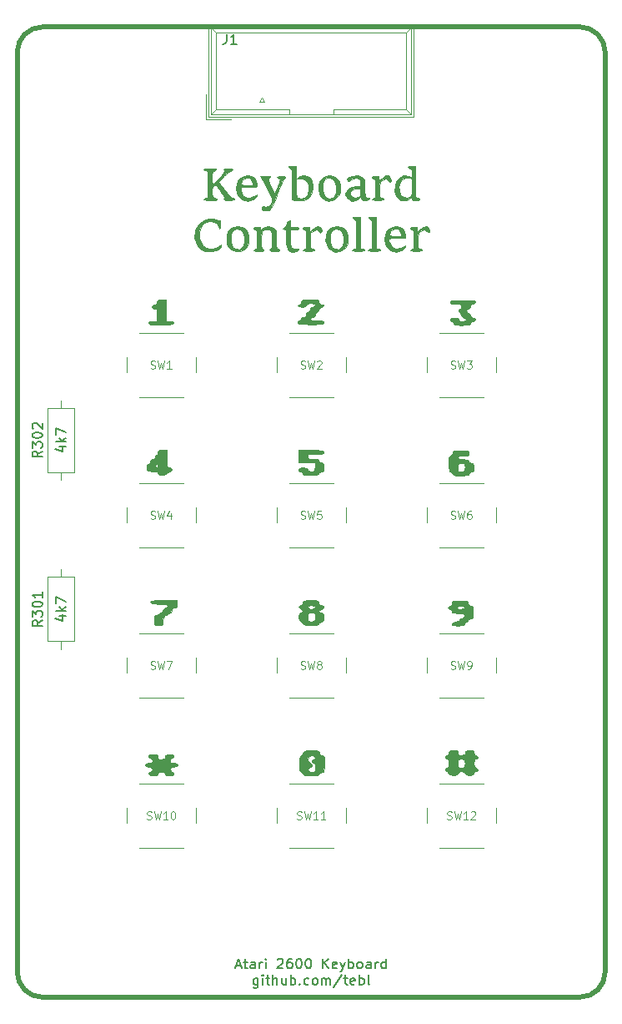
<source format=gto>
%TF.GenerationSoftware,KiCad,Pcbnew,(5.1.8)-1*%
%TF.CreationDate,2021-02-21T19:29:31+01:00*%
%TF.ProjectId,A2600 Keyboard,41323630-3020-44b6-9579-626f6172642e,rev?*%
%TF.SameCoordinates,Original*%
%TF.FileFunction,Legend,Top*%
%TF.FilePolarity,Positive*%
%FSLAX46Y46*%
G04 Gerber Fmt 4.6, Leading zero omitted, Abs format (unit mm)*
G04 Created by KiCad (PCBNEW (5.1.8)-1) date 2021-02-21 19:29:31*
%MOMM*%
%LPD*%
G01*
G04 APERTURE LIST*
%ADD10C,0.500000*%
%ADD11C,0.150000*%
%ADD12C,0.010000*%
%ADD13C,0.100000*%
%ADD14C,0.120000*%
G04 APERTURE END LIST*
D10*
X122555000Y-136525000D02*
X122555000Y-43180000D01*
X179705000Y-139065000D02*
X125095000Y-139065000D01*
X182245000Y-43180000D02*
X182245000Y-136525000D01*
X125095000Y-40640000D02*
X179705000Y-40640000D01*
X125095000Y-139065000D02*
G75*
G02*
X122555000Y-136525000I0J2540000D01*
G01*
X182245000Y-136525000D02*
G75*
G02*
X179705000Y-139065000I-2540000J0D01*
G01*
X179705000Y-40640000D02*
G75*
G02*
X182245000Y-43180000I0J-2540000D01*
G01*
X122555000Y-43180000D02*
G75*
G02*
X125095000Y-40640000I2540000J0D01*
G01*
D11*
X144780952Y-135866666D02*
X145257142Y-135866666D01*
X144685714Y-136152380D02*
X145019047Y-135152380D01*
X145352380Y-136152380D01*
X145542857Y-135485714D02*
X145923809Y-135485714D01*
X145685714Y-135152380D02*
X145685714Y-136009523D01*
X145733333Y-136104761D01*
X145828571Y-136152380D01*
X145923809Y-136152380D01*
X146685714Y-136152380D02*
X146685714Y-135628571D01*
X146638095Y-135533333D01*
X146542857Y-135485714D01*
X146352380Y-135485714D01*
X146257142Y-135533333D01*
X146685714Y-136104761D02*
X146590476Y-136152380D01*
X146352380Y-136152380D01*
X146257142Y-136104761D01*
X146209523Y-136009523D01*
X146209523Y-135914285D01*
X146257142Y-135819047D01*
X146352380Y-135771428D01*
X146590476Y-135771428D01*
X146685714Y-135723809D01*
X147161904Y-136152380D02*
X147161904Y-135485714D01*
X147161904Y-135676190D02*
X147209523Y-135580952D01*
X147257142Y-135533333D01*
X147352380Y-135485714D01*
X147447619Y-135485714D01*
X147780952Y-136152380D02*
X147780952Y-135485714D01*
X147780952Y-135152380D02*
X147733333Y-135200000D01*
X147780952Y-135247619D01*
X147828571Y-135200000D01*
X147780952Y-135152380D01*
X147780952Y-135247619D01*
X148971428Y-135247619D02*
X149019047Y-135200000D01*
X149114285Y-135152380D01*
X149352380Y-135152380D01*
X149447619Y-135200000D01*
X149495238Y-135247619D01*
X149542857Y-135342857D01*
X149542857Y-135438095D01*
X149495238Y-135580952D01*
X148923809Y-136152380D01*
X149542857Y-136152380D01*
X150400000Y-135152380D02*
X150209523Y-135152380D01*
X150114285Y-135200000D01*
X150066666Y-135247619D01*
X149971428Y-135390476D01*
X149923809Y-135580952D01*
X149923809Y-135961904D01*
X149971428Y-136057142D01*
X150019047Y-136104761D01*
X150114285Y-136152380D01*
X150304761Y-136152380D01*
X150400000Y-136104761D01*
X150447619Y-136057142D01*
X150495238Y-135961904D01*
X150495238Y-135723809D01*
X150447619Y-135628571D01*
X150400000Y-135580952D01*
X150304761Y-135533333D01*
X150114285Y-135533333D01*
X150019047Y-135580952D01*
X149971428Y-135628571D01*
X149923809Y-135723809D01*
X151114285Y-135152380D02*
X151209523Y-135152380D01*
X151304761Y-135200000D01*
X151352380Y-135247619D01*
X151400000Y-135342857D01*
X151447619Y-135533333D01*
X151447619Y-135771428D01*
X151400000Y-135961904D01*
X151352380Y-136057142D01*
X151304761Y-136104761D01*
X151209523Y-136152380D01*
X151114285Y-136152380D01*
X151019047Y-136104761D01*
X150971428Y-136057142D01*
X150923809Y-135961904D01*
X150876190Y-135771428D01*
X150876190Y-135533333D01*
X150923809Y-135342857D01*
X150971428Y-135247619D01*
X151019047Y-135200000D01*
X151114285Y-135152380D01*
X152066666Y-135152380D02*
X152161904Y-135152380D01*
X152257142Y-135200000D01*
X152304761Y-135247619D01*
X152352380Y-135342857D01*
X152400000Y-135533333D01*
X152400000Y-135771428D01*
X152352380Y-135961904D01*
X152304761Y-136057142D01*
X152257142Y-136104761D01*
X152161904Y-136152380D01*
X152066666Y-136152380D01*
X151971428Y-136104761D01*
X151923809Y-136057142D01*
X151876190Y-135961904D01*
X151828571Y-135771428D01*
X151828571Y-135533333D01*
X151876190Y-135342857D01*
X151923809Y-135247619D01*
X151971428Y-135200000D01*
X152066666Y-135152380D01*
X153590476Y-136152380D02*
X153590476Y-135152380D01*
X154161904Y-136152380D02*
X153733333Y-135580952D01*
X154161904Y-135152380D02*
X153590476Y-135723809D01*
X154971428Y-136104761D02*
X154876190Y-136152380D01*
X154685714Y-136152380D01*
X154590476Y-136104761D01*
X154542857Y-136009523D01*
X154542857Y-135628571D01*
X154590476Y-135533333D01*
X154685714Y-135485714D01*
X154876190Y-135485714D01*
X154971428Y-135533333D01*
X155019047Y-135628571D01*
X155019047Y-135723809D01*
X154542857Y-135819047D01*
X155352380Y-135485714D02*
X155590476Y-136152380D01*
X155828571Y-135485714D02*
X155590476Y-136152380D01*
X155495238Y-136390476D01*
X155447619Y-136438095D01*
X155352380Y-136485714D01*
X156209523Y-136152380D02*
X156209523Y-135152380D01*
X156209523Y-135533333D02*
X156304761Y-135485714D01*
X156495238Y-135485714D01*
X156590476Y-135533333D01*
X156638095Y-135580952D01*
X156685714Y-135676190D01*
X156685714Y-135961904D01*
X156638095Y-136057142D01*
X156590476Y-136104761D01*
X156495238Y-136152380D01*
X156304761Y-136152380D01*
X156209523Y-136104761D01*
X157257142Y-136152380D02*
X157161904Y-136104761D01*
X157114285Y-136057142D01*
X157066666Y-135961904D01*
X157066666Y-135676190D01*
X157114285Y-135580952D01*
X157161904Y-135533333D01*
X157257142Y-135485714D01*
X157400000Y-135485714D01*
X157495238Y-135533333D01*
X157542857Y-135580952D01*
X157590476Y-135676190D01*
X157590476Y-135961904D01*
X157542857Y-136057142D01*
X157495238Y-136104761D01*
X157400000Y-136152380D01*
X157257142Y-136152380D01*
X158447619Y-136152380D02*
X158447619Y-135628571D01*
X158400000Y-135533333D01*
X158304761Y-135485714D01*
X158114285Y-135485714D01*
X158019047Y-135533333D01*
X158447619Y-136104761D02*
X158352380Y-136152380D01*
X158114285Y-136152380D01*
X158019047Y-136104761D01*
X157971428Y-136009523D01*
X157971428Y-135914285D01*
X158019047Y-135819047D01*
X158114285Y-135771428D01*
X158352380Y-135771428D01*
X158447619Y-135723809D01*
X158923809Y-136152380D02*
X158923809Y-135485714D01*
X158923809Y-135676190D02*
X158971428Y-135580952D01*
X159019047Y-135533333D01*
X159114285Y-135485714D01*
X159209523Y-135485714D01*
X159971428Y-136152380D02*
X159971428Y-135152380D01*
X159971428Y-136104761D02*
X159876190Y-136152380D01*
X159685714Y-136152380D01*
X159590476Y-136104761D01*
X159542857Y-136057142D01*
X159495238Y-135961904D01*
X159495238Y-135676190D01*
X159542857Y-135580952D01*
X159590476Y-135533333D01*
X159685714Y-135485714D01*
X159876190Y-135485714D01*
X159971428Y-135533333D01*
X146995238Y-137135714D02*
X146995238Y-137945238D01*
X146947619Y-138040476D01*
X146900000Y-138088095D01*
X146804761Y-138135714D01*
X146661904Y-138135714D01*
X146566666Y-138088095D01*
X146995238Y-137754761D02*
X146900000Y-137802380D01*
X146709523Y-137802380D01*
X146614285Y-137754761D01*
X146566666Y-137707142D01*
X146519047Y-137611904D01*
X146519047Y-137326190D01*
X146566666Y-137230952D01*
X146614285Y-137183333D01*
X146709523Y-137135714D01*
X146900000Y-137135714D01*
X146995238Y-137183333D01*
X147471428Y-137802380D02*
X147471428Y-137135714D01*
X147471428Y-136802380D02*
X147423809Y-136850000D01*
X147471428Y-136897619D01*
X147519047Y-136850000D01*
X147471428Y-136802380D01*
X147471428Y-136897619D01*
X147804761Y-137135714D02*
X148185714Y-137135714D01*
X147947619Y-136802380D02*
X147947619Y-137659523D01*
X147995238Y-137754761D01*
X148090476Y-137802380D01*
X148185714Y-137802380D01*
X148519047Y-137802380D02*
X148519047Y-136802380D01*
X148947619Y-137802380D02*
X148947619Y-137278571D01*
X148900000Y-137183333D01*
X148804761Y-137135714D01*
X148661904Y-137135714D01*
X148566666Y-137183333D01*
X148519047Y-137230952D01*
X149852380Y-137135714D02*
X149852380Y-137802380D01*
X149423809Y-137135714D02*
X149423809Y-137659523D01*
X149471428Y-137754761D01*
X149566666Y-137802380D01*
X149709523Y-137802380D01*
X149804761Y-137754761D01*
X149852380Y-137707142D01*
X150328571Y-137802380D02*
X150328571Y-136802380D01*
X150328571Y-137183333D02*
X150423809Y-137135714D01*
X150614285Y-137135714D01*
X150709523Y-137183333D01*
X150757142Y-137230952D01*
X150804761Y-137326190D01*
X150804761Y-137611904D01*
X150757142Y-137707142D01*
X150709523Y-137754761D01*
X150614285Y-137802380D01*
X150423809Y-137802380D01*
X150328571Y-137754761D01*
X151233333Y-137707142D02*
X151280952Y-137754761D01*
X151233333Y-137802380D01*
X151185714Y-137754761D01*
X151233333Y-137707142D01*
X151233333Y-137802380D01*
X152138095Y-137754761D02*
X152042857Y-137802380D01*
X151852380Y-137802380D01*
X151757142Y-137754761D01*
X151709523Y-137707142D01*
X151661904Y-137611904D01*
X151661904Y-137326190D01*
X151709523Y-137230952D01*
X151757142Y-137183333D01*
X151852380Y-137135714D01*
X152042857Y-137135714D01*
X152138095Y-137183333D01*
X152709523Y-137802380D02*
X152614285Y-137754761D01*
X152566666Y-137707142D01*
X152519047Y-137611904D01*
X152519047Y-137326190D01*
X152566666Y-137230952D01*
X152614285Y-137183333D01*
X152709523Y-137135714D01*
X152852380Y-137135714D01*
X152947619Y-137183333D01*
X152995238Y-137230952D01*
X153042857Y-137326190D01*
X153042857Y-137611904D01*
X152995238Y-137707142D01*
X152947619Y-137754761D01*
X152852380Y-137802380D01*
X152709523Y-137802380D01*
X153471428Y-137802380D02*
X153471428Y-137135714D01*
X153471428Y-137230952D02*
X153519047Y-137183333D01*
X153614285Y-137135714D01*
X153757142Y-137135714D01*
X153852380Y-137183333D01*
X153900000Y-137278571D01*
X153900000Y-137802380D01*
X153900000Y-137278571D02*
X153947619Y-137183333D01*
X154042857Y-137135714D01*
X154185714Y-137135714D01*
X154280952Y-137183333D01*
X154328571Y-137278571D01*
X154328571Y-137802380D01*
X155519047Y-136754761D02*
X154661904Y-138040476D01*
X155709523Y-137135714D02*
X156090476Y-137135714D01*
X155852380Y-136802380D02*
X155852380Y-137659523D01*
X155900000Y-137754761D01*
X155995238Y-137802380D01*
X156090476Y-137802380D01*
X156804761Y-137754761D02*
X156709523Y-137802380D01*
X156519047Y-137802380D01*
X156423809Y-137754761D01*
X156376190Y-137659523D01*
X156376190Y-137278571D01*
X156423809Y-137183333D01*
X156519047Y-137135714D01*
X156709523Y-137135714D01*
X156804761Y-137183333D01*
X156852380Y-137278571D01*
X156852380Y-137373809D01*
X156376190Y-137469047D01*
X157280952Y-137802380D02*
X157280952Y-136802380D01*
X157280952Y-137183333D02*
X157376190Y-137135714D01*
X157566666Y-137135714D01*
X157661904Y-137183333D01*
X157709523Y-137230952D01*
X157757142Y-137326190D01*
X157757142Y-137611904D01*
X157709523Y-137707142D01*
X157661904Y-137754761D01*
X157566666Y-137802380D01*
X157376190Y-137802380D01*
X157280952Y-137754761D01*
X158328571Y-137802380D02*
X158233333Y-137754761D01*
X158185714Y-137659523D01*
X158185714Y-136802380D01*
D12*
%TO.C,G\u002A\u002A\u002A*%
G36*
X160358914Y-55773980D02*
G01*
X160462314Y-56027434D01*
X160469934Y-56070500D01*
X160469919Y-56280058D01*
X160390144Y-56343696D01*
X160243687Y-56257110D01*
X160162626Y-56171640D01*
X159964557Y-56050996D01*
X159721866Y-56087780D01*
X159490833Y-56241803D01*
X159418291Y-56335986D01*
X159373273Y-56487457D01*
X159350012Y-56732021D01*
X159342738Y-57105485D01*
X159342666Y-57161509D01*
X159344641Y-57530861D01*
X159356295Y-57765103D01*
X159386223Y-57898456D01*
X159443020Y-57965139D01*
X159535282Y-57999373D01*
X159554333Y-58004232D01*
X159734524Y-58069423D01*
X159757583Y-58128711D01*
X159635712Y-58175560D01*
X159381110Y-58203434D01*
X159173333Y-58208333D01*
X158881234Y-58198008D01*
X158669563Y-58170838D01*
X158581136Y-58132525D01*
X158580666Y-58129372D01*
X158650544Y-58043388D01*
X158750000Y-57996666D01*
X158824711Y-57959863D01*
X158873583Y-57885433D01*
X158902024Y-57742190D01*
X158915443Y-57498948D01*
X158919249Y-57124522D01*
X158919333Y-57020273D01*
X158916612Y-56610057D01*
X158904832Y-56336679D01*
X158878571Y-56167681D01*
X158832402Y-56070606D01*
X158760904Y-56012997D01*
X158750000Y-56007000D01*
X158602135Y-55895584D01*
X158620736Y-55810267D01*
X158804691Y-55752807D01*
X158919333Y-55738488D01*
X159154322Y-55736050D01*
X159260511Y-55810462D01*
X159272817Y-55995328D01*
X159264320Y-56070500D01*
X159278365Y-56162258D01*
X159368731Y-56143686D01*
X159551313Y-56008706D01*
X159651935Y-55922333D01*
X159945521Y-55719944D01*
X160183915Y-55670988D01*
X160358914Y-55773980D01*
G37*
X160358914Y-55773980D02*
X160462314Y-56027434D01*
X160469934Y-56070500D01*
X160469919Y-56280058D01*
X160390144Y-56343696D01*
X160243687Y-56257110D01*
X160162626Y-56171640D01*
X159964557Y-56050996D01*
X159721866Y-56087780D01*
X159490833Y-56241803D01*
X159418291Y-56335986D01*
X159373273Y-56487457D01*
X159350012Y-56732021D01*
X159342738Y-57105485D01*
X159342666Y-57161509D01*
X159344641Y-57530861D01*
X159356295Y-57765103D01*
X159386223Y-57898456D01*
X159443020Y-57965139D01*
X159535282Y-57999373D01*
X159554333Y-58004232D01*
X159734524Y-58069423D01*
X159757583Y-58128711D01*
X159635712Y-58175560D01*
X159381110Y-58203434D01*
X159173333Y-58208333D01*
X158881234Y-58198008D01*
X158669563Y-58170838D01*
X158581136Y-58132525D01*
X158580666Y-58129372D01*
X158650544Y-58043388D01*
X158750000Y-57996666D01*
X158824711Y-57959863D01*
X158873583Y-57885433D01*
X158902024Y-57742190D01*
X158915443Y-57498948D01*
X158919249Y-57124522D01*
X158919333Y-57020273D01*
X158916612Y-56610057D01*
X158904832Y-56336679D01*
X158878571Y-56167681D01*
X158832402Y-56070606D01*
X158760904Y-56012997D01*
X158750000Y-56007000D01*
X158602135Y-55895584D01*
X158620736Y-55810267D01*
X158804691Y-55752807D01*
X158919333Y-55738488D01*
X159154322Y-55736050D01*
X159260511Y-55810462D01*
X159272817Y-55995328D01*
X159264320Y-56070500D01*
X159278365Y-56162258D01*
X159368731Y-56143686D01*
X159551313Y-56008706D01*
X159651935Y-55922333D01*
X159945521Y-55719944D01*
X160183915Y-55670988D01*
X160358914Y-55773980D01*
G36*
X144276516Y-55007803D02*
G01*
X144418243Y-55056095D01*
X144397953Y-55132696D01*
X144212754Y-55234429D01*
X144201486Y-55239137D01*
X144028570Y-55346072D01*
X143787172Y-55539594D01*
X143523685Y-55781883D01*
X143469386Y-55835928D01*
X142977134Y-56333371D01*
X143595720Y-57145624D01*
X143890949Y-57515096D01*
X144143250Y-57795080D01*
X144333701Y-57965604D01*
X144412487Y-58007617D01*
X144584645Y-58071741D01*
X144601104Y-58131173D01*
X144475472Y-58178155D01*
X144221355Y-58204933D01*
X144060333Y-58208333D01*
X143726864Y-58191704D01*
X143542037Y-58143936D01*
X143512888Y-58068211D01*
X143593474Y-57997403D01*
X143575131Y-57918503D01*
X143478689Y-57742437D01*
X143329522Y-57506078D01*
X143153006Y-57246299D01*
X142974517Y-56999974D01*
X142819430Y-56803976D01*
X142713122Y-56695177D01*
X142689842Y-56684333D01*
X142593964Y-56719532D01*
X142488433Y-56771978D01*
X142393810Y-56853987D01*
X142343603Y-57000406D01*
X142325612Y-57255933D01*
X142324666Y-57372000D01*
X142329851Y-57657827D01*
X142358663Y-57821978D01*
X142430986Y-57912068D01*
X142566703Y-57975714D01*
X142578666Y-57980249D01*
X142775177Y-58071750D01*
X142811676Y-58138897D01*
X142685884Y-58182920D01*
X142395521Y-58205047D01*
X142155333Y-58208333D01*
X141828151Y-58198683D01*
X141591821Y-58172629D01*
X141481757Y-58134513D01*
X141478000Y-58125279D01*
X141549839Y-58045028D01*
X141689666Y-57989101D01*
X141901333Y-57935976D01*
X141901333Y-55263357D01*
X141689666Y-55210232D01*
X141506769Y-55143728D01*
X141480216Y-55081918D01*
X141597031Y-55031521D01*
X141844237Y-54999257D01*
X142113000Y-54991000D01*
X142474167Y-55005659D01*
X142687650Y-55047233D01*
X142747431Y-55112109D01*
X142647495Y-55196679D01*
X142536333Y-55245000D01*
X142428296Y-55297389D01*
X142365042Y-55379282D01*
X142334661Y-55531057D01*
X142325240Y-55793094D01*
X142324666Y-55962571D01*
X142334060Y-56266639D01*
X142358916Y-56491791D01*
X142394244Y-56596727D01*
X142401640Y-56599666D01*
X142503005Y-56540391D01*
X142672308Y-56383966D01*
X142882164Y-56162495D01*
X143105183Y-55908081D01*
X143313981Y-55652827D01*
X143481168Y-55428835D01*
X143579357Y-55268210D01*
X143589821Y-55206899D01*
X143516103Y-55094964D01*
X143574834Y-55027042D01*
X143779558Y-54995555D01*
X143975666Y-54991000D01*
X144276516Y-55007803D01*
G37*
X144276516Y-55007803D02*
X144418243Y-55056095D01*
X144397953Y-55132696D01*
X144212754Y-55234429D01*
X144201486Y-55239137D01*
X144028570Y-55346072D01*
X143787172Y-55539594D01*
X143523685Y-55781883D01*
X143469386Y-55835928D01*
X142977134Y-56333371D01*
X143595720Y-57145624D01*
X143890949Y-57515096D01*
X144143250Y-57795080D01*
X144333701Y-57965604D01*
X144412487Y-58007617D01*
X144584645Y-58071741D01*
X144601104Y-58131173D01*
X144475472Y-58178155D01*
X144221355Y-58204933D01*
X144060333Y-58208333D01*
X143726864Y-58191704D01*
X143542037Y-58143936D01*
X143512888Y-58068211D01*
X143593474Y-57997403D01*
X143575131Y-57918503D01*
X143478689Y-57742437D01*
X143329522Y-57506078D01*
X143153006Y-57246299D01*
X142974517Y-56999974D01*
X142819430Y-56803976D01*
X142713122Y-56695177D01*
X142689842Y-56684333D01*
X142593964Y-56719532D01*
X142488433Y-56771978D01*
X142393810Y-56853987D01*
X142343603Y-57000406D01*
X142325612Y-57255933D01*
X142324666Y-57372000D01*
X142329851Y-57657827D01*
X142358663Y-57821978D01*
X142430986Y-57912068D01*
X142566703Y-57975714D01*
X142578666Y-57980249D01*
X142775177Y-58071750D01*
X142811676Y-58138897D01*
X142685884Y-58182920D01*
X142395521Y-58205047D01*
X142155333Y-58208333D01*
X141828151Y-58198683D01*
X141591821Y-58172629D01*
X141481757Y-58134513D01*
X141478000Y-58125279D01*
X141549839Y-58045028D01*
X141689666Y-57989101D01*
X141901333Y-57935976D01*
X141901333Y-55263357D01*
X141689666Y-55210232D01*
X141506769Y-55143728D01*
X141480216Y-55081918D01*
X141597031Y-55031521D01*
X141844237Y-54999257D01*
X142113000Y-54991000D01*
X142474167Y-55005659D01*
X142687650Y-55047233D01*
X142747431Y-55112109D01*
X142647495Y-55196679D01*
X142536333Y-55245000D01*
X142428296Y-55297389D01*
X142365042Y-55379282D01*
X142334661Y-55531057D01*
X142325240Y-55793094D01*
X142324666Y-55962571D01*
X142334060Y-56266639D01*
X142358916Y-56491791D01*
X142394244Y-56596727D01*
X142401640Y-56599666D01*
X142503005Y-56540391D01*
X142672308Y-56383966D01*
X142882164Y-56162495D01*
X143105183Y-55908081D01*
X143313981Y-55652827D01*
X143481168Y-55428835D01*
X143579357Y-55268210D01*
X143589821Y-55206899D01*
X143516103Y-55094964D01*
X143574834Y-55027042D01*
X143779558Y-54995555D01*
X143975666Y-54991000D01*
X144276516Y-55007803D01*
G36*
X162983333Y-57873296D02*
G01*
X163195000Y-57969738D01*
X163370784Y-58079364D01*
X163383243Y-58163007D01*
X163234594Y-58205729D01*
X163159591Y-58208333D01*
X162930622Y-58225545D01*
X162778591Y-58259725D01*
X162678337Y-58257014D01*
X162645184Y-58122245D01*
X162644666Y-58087857D01*
X162644666Y-57864597D01*
X162411833Y-58035309D01*
X162075272Y-58208732D01*
X161734758Y-58258152D01*
X161467495Y-58189355D01*
X161166641Y-57942306D01*
X160973439Y-57602913D01*
X160886130Y-57208074D01*
X160900627Y-56851875D01*
X161299125Y-56851875D01*
X161325453Y-57231174D01*
X161453971Y-57590500D01*
X161605348Y-57806011D01*
X161810139Y-57922748D01*
X162084130Y-57953542D01*
X162351127Y-57899253D01*
X162507864Y-57795830D01*
X162577285Y-57687608D01*
X162617397Y-57527264D01*
X162632886Y-57277408D01*
X162628435Y-56900645D01*
X162626820Y-56846298D01*
X162602333Y-56055269D01*
X162329985Y-55977361D01*
X161992375Y-55951485D01*
X161790404Y-56010146D01*
X161535887Y-56199760D01*
X161370698Y-56494204D01*
X161299125Y-56851875D01*
X160900627Y-56851875D01*
X160902955Y-56794684D01*
X161022156Y-56399640D01*
X161241973Y-56059839D01*
X161560646Y-55812177D01*
X161581320Y-55801809D01*
X161803407Y-55705314D01*
X161973027Y-55684235D01*
X162178244Y-55734581D01*
X162279820Y-55770150D01*
X162644666Y-55901348D01*
X162644666Y-55486411D01*
X162633791Y-55229552D01*
X162586048Y-55088361D01*
X162478764Y-55009766D01*
X162433000Y-54991000D01*
X162256596Y-54894393D01*
X162240521Y-54810955D01*
X162375772Y-54754190D01*
X162602333Y-54737000D01*
X162983333Y-54737000D01*
X162983333Y-57873296D01*
G37*
X162983333Y-57873296D02*
X163195000Y-57969738D01*
X163370784Y-58079364D01*
X163383243Y-58163007D01*
X163234594Y-58205729D01*
X163159591Y-58208333D01*
X162930622Y-58225545D01*
X162778591Y-58259725D01*
X162678337Y-58257014D01*
X162645184Y-58122245D01*
X162644666Y-58087857D01*
X162644666Y-57864597D01*
X162411833Y-58035309D01*
X162075272Y-58208732D01*
X161734758Y-58258152D01*
X161467495Y-58189355D01*
X161166641Y-57942306D01*
X160973439Y-57602913D01*
X160886130Y-57208074D01*
X160900627Y-56851875D01*
X161299125Y-56851875D01*
X161325453Y-57231174D01*
X161453971Y-57590500D01*
X161605348Y-57806011D01*
X161810139Y-57922748D01*
X162084130Y-57953542D01*
X162351127Y-57899253D01*
X162507864Y-57795830D01*
X162577285Y-57687608D01*
X162617397Y-57527264D01*
X162632886Y-57277408D01*
X162628435Y-56900645D01*
X162626820Y-56846298D01*
X162602333Y-56055269D01*
X162329985Y-55977361D01*
X161992375Y-55951485D01*
X161790404Y-56010146D01*
X161535887Y-56199760D01*
X161370698Y-56494204D01*
X161299125Y-56851875D01*
X160900627Y-56851875D01*
X160902955Y-56794684D01*
X161022156Y-56399640D01*
X161241973Y-56059839D01*
X161560646Y-55812177D01*
X161581320Y-55801809D01*
X161803407Y-55705314D01*
X161973027Y-55684235D01*
X162178244Y-55734581D01*
X162279820Y-55770150D01*
X162644666Y-55901348D01*
X162644666Y-55486411D01*
X162633791Y-55229552D01*
X162586048Y-55088361D01*
X162478764Y-55009766D01*
X162433000Y-54991000D01*
X162256596Y-54894393D01*
X162240521Y-54810955D01*
X162375772Y-54754190D01*
X162602333Y-54737000D01*
X162983333Y-54737000D01*
X162983333Y-57873296D01*
G36*
X157375997Y-55757584D02*
G01*
X157635698Y-55913985D01*
X157720326Y-56030406D01*
X157764208Y-56193905D01*
X157802685Y-56479462D01*
X157830322Y-56839800D01*
X157839267Y-57065333D01*
X157861000Y-57912000D01*
X158093833Y-57938790D01*
X158282214Y-57987316D01*
X158305730Y-58065804D01*
X158164740Y-58167147D01*
X158080348Y-58205151D01*
X157835608Y-58251401D01*
X157623144Y-58200951D01*
X157495630Y-58072354D01*
X157480000Y-57993687D01*
X157433329Y-57882941D01*
X157395333Y-57869666D01*
X157313057Y-57927004D01*
X157310666Y-57944686D01*
X157238552Y-58031903D01*
X157061116Y-58135770D01*
X156836713Y-58229548D01*
X156623700Y-58286495D01*
X156550524Y-58293000D01*
X156375169Y-58235430D01*
X156169111Y-58092456D01*
X156118820Y-58045512D01*
X155931226Y-57815340D01*
X155882281Y-57604154D01*
X155947662Y-57395401D01*
X156356742Y-57395401D01*
X156357411Y-57624337D01*
X156417601Y-57748344D01*
X156614955Y-57908476D01*
X156890478Y-57957938D01*
X157187499Y-57888491D01*
X157231566Y-57866687D01*
X157342285Y-57757964D01*
X157389873Y-57557841D01*
X157395333Y-57401021D01*
X157388974Y-57168108D01*
X157345264Y-57058262D01*
X157227252Y-57025214D01*
X157093433Y-57023000D01*
X156745966Y-57071966D01*
X156493332Y-57203689D01*
X156356742Y-57395401D01*
X155947662Y-57395401D01*
X155961860Y-57350070D01*
X155994340Y-57284721D01*
X156209418Y-57043854D01*
X156547442Y-56881593D01*
X156974218Y-56813452D01*
X157035500Y-56812312D01*
X157395333Y-56811333D01*
X157395333Y-56454478D01*
X157372465Y-56197984D01*
X157289620Y-56051913D01*
X157218114Y-56002779D01*
X156947867Y-55950048D01*
X156623419Y-56035980D01*
X156369477Y-56183351D01*
X156210459Y-56289695D01*
X156135566Y-56296389D01*
X156091359Y-56202520D01*
X156083681Y-56178479D01*
X156057826Y-56016552D01*
X156122109Y-55904745D01*
X156303761Y-55819440D01*
X156579972Y-55748066D01*
X157014633Y-55699937D01*
X157375997Y-55757584D01*
G37*
X157375997Y-55757584D02*
X157635698Y-55913985D01*
X157720326Y-56030406D01*
X157764208Y-56193905D01*
X157802685Y-56479462D01*
X157830322Y-56839800D01*
X157839267Y-57065333D01*
X157861000Y-57912000D01*
X158093833Y-57938790D01*
X158282214Y-57987316D01*
X158305730Y-58065804D01*
X158164740Y-58167147D01*
X158080348Y-58205151D01*
X157835608Y-58251401D01*
X157623144Y-58200951D01*
X157495630Y-58072354D01*
X157480000Y-57993687D01*
X157433329Y-57882941D01*
X157395333Y-57869666D01*
X157313057Y-57927004D01*
X157310666Y-57944686D01*
X157238552Y-58031903D01*
X157061116Y-58135770D01*
X156836713Y-58229548D01*
X156623700Y-58286495D01*
X156550524Y-58293000D01*
X156375169Y-58235430D01*
X156169111Y-58092456D01*
X156118820Y-58045512D01*
X155931226Y-57815340D01*
X155882281Y-57604154D01*
X155947662Y-57395401D01*
X156356742Y-57395401D01*
X156357411Y-57624337D01*
X156417601Y-57748344D01*
X156614955Y-57908476D01*
X156890478Y-57957938D01*
X157187499Y-57888491D01*
X157231566Y-57866687D01*
X157342285Y-57757964D01*
X157389873Y-57557841D01*
X157395333Y-57401021D01*
X157388974Y-57168108D01*
X157345264Y-57058262D01*
X157227252Y-57025214D01*
X157093433Y-57023000D01*
X156745966Y-57071966D01*
X156493332Y-57203689D01*
X156356742Y-57395401D01*
X155947662Y-57395401D01*
X155961860Y-57350070D01*
X155994340Y-57284721D01*
X156209418Y-57043854D01*
X156547442Y-56881593D01*
X156974218Y-56813452D01*
X157035500Y-56812312D01*
X157395333Y-56811333D01*
X157395333Y-56454478D01*
X157372465Y-56197984D01*
X157289620Y-56051913D01*
X157218114Y-56002779D01*
X156947867Y-55950048D01*
X156623419Y-56035980D01*
X156369477Y-56183351D01*
X156210459Y-56289695D01*
X156135566Y-56296389D01*
X156091359Y-56202520D01*
X156083681Y-56178479D01*
X156057826Y-56016552D01*
X156122109Y-55904745D01*
X156303761Y-55819440D01*
X156579972Y-55748066D01*
X157014633Y-55699937D01*
X157375997Y-55757584D01*
G36*
X154693070Y-55789568D02*
G01*
X155028923Y-55991157D01*
X155251338Y-56316011D01*
X155355615Y-56758961D01*
X155363333Y-56942499D01*
X155305733Y-57439921D01*
X155131194Y-57817376D01*
X154837102Y-58079810D01*
X154734756Y-58132547D01*
X154406091Y-58256103D01*
X154142721Y-58278091D01*
X153875104Y-58199378D01*
X153760685Y-58144701D01*
X153412865Y-57893321D01*
X153197576Y-57552054D01*
X153101840Y-57100150D01*
X153101068Y-57090011D01*
X153119996Y-56798177D01*
X153533833Y-56798177D01*
X153546067Y-57167128D01*
X153634141Y-57511709D01*
X153789429Y-57795721D01*
X154003303Y-57982964D01*
X154225899Y-58039000D01*
X154458450Y-58006594D01*
X154597993Y-57956120D01*
X154770798Y-57776537D01*
X154884890Y-57484753D01*
X154936069Y-57128888D01*
X154920131Y-56757062D01*
X154832875Y-56417393D01*
X154746776Y-56252354D01*
X154514330Y-56019644D01*
X154244947Y-55922495D01*
X153978391Y-55965816D01*
X153771397Y-56131960D01*
X153606067Y-56441055D01*
X153533833Y-56798177D01*
X153119996Y-56798177D01*
X153132118Y-56611281D01*
X153290564Y-56216050D01*
X153560367Y-55923520D01*
X153925485Y-55752893D01*
X154248480Y-55716415D01*
X154693070Y-55789568D01*
G37*
X154693070Y-55789568D02*
X155028923Y-55991157D01*
X155251338Y-56316011D01*
X155355615Y-56758961D01*
X155363333Y-56942499D01*
X155305733Y-57439921D01*
X155131194Y-57817376D01*
X154837102Y-58079810D01*
X154734756Y-58132547D01*
X154406091Y-58256103D01*
X154142721Y-58278091D01*
X153875104Y-58199378D01*
X153760685Y-58144701D01*
X153412865Y-57893321D01*
X153197576Y-57552054D01*
X153101840Y-57100150D01*
X153101068Y-57090011D01*
X153119996Y-56798177D01*
X153533833Y-56798177D01*
X153546067Y-57167128D01*
X153634141Y-57511709D01*
X153789429Y-57795721D01*
X154003303Y-57982964D01*
X154225899Y-58039000D01*
X154458450Y-58006594D01*
X154597993Y-57956120D01*
X154770798Y-57776537D01*
X154884890Y-57484753D01*
X154936069Y-57128888D01*
X154920131Y-56757062D01*
X154832875Y-56417393D01*
X154746776Y-56252354D01*
X154514330Y-56019644D01*
X154244947Y-55922495D01*
X153978391Y-55965816D01*
X153771397Y-56131960D01*
X153606067Y-56441055D01*
X153533833Y-56798177D01*
X153119996Y-56798177D01*
X153132118Y-56611281D01*
X153290564Y-56216050D01*
X153560367Y-55923520D01*
X153925485Y-55752893D01*
X154248480Y-55716415D01*
X154693070Y-55789568D01*
G36*
X150881094Y-55435500D02*
G01*
X150882342Y-55848936D01*
X150881249Y-56345129D01*
X150878073Y-56837520D01*
X150876478Y-56996384D01*
X150875036Y-57390886D01*
X150885124Y-57649922D01*
X150912365Y-57807256D01*
X150962386Y-57896652D01*
X151035151Y-57948884D01*
X151361411Y-58038609D01*
X151679748Y-57977070D01*
X151898408Y-57820512D01*
X152011566Y-57675183D01*
X152074035Y-57507637D01*
X152099863Y-57263285D01*
X152103666Y-57023000D01*
X152095080Y-56695608D01*
X152059634Y-56481788D01*
X151982792Y-56326224D01*
X151892000Y-56217443D01*
X151725859Y-56071499D01*
X151550241Y-56019616D01*
X151320500Y-56030888D01*
X151067363Y-56042068D01*
X150975714Y-56003591D01*
X151046164Y-55918645D01*
X151274805Y-55792558D01*
X151499708Y-55702436D01*
X151683171Y-55692544D01*
X151921199Y-55758376D01*
X151930972Y-55761745D01*
X152254809Y-55956359D01*
X152465710Y-56276029D01*
X152562422Y-56718530D01*
X152569070Y-56896000D01*
X152502179Y-57400687D01*
X152310038Y-57797822D01*
X152005446Y-58077914D01*
X151601202Y-58231475D01*
X151110104Y-58249014D01*
X150812500Y-58198398D01*
X150452666Y-58113701D01*
X150452666Y-55072036D01*
X150241000Y-54975594D01*
X150065729Y-54870928D01*
X150055344Y-54794457D01*
X150207303Y-54749048D01*
X150452666Y-54737000D01*
X150876000Y-54737000D01*
X150881094Y-55435500D01*
G37*
X150881094Y-55435500D02*
X150882342Y-55848936D01*
X150881249Y-56345129D01*
X150878073Y-56837520D01*
X150876478Y-56996384D01*
X150875036Y-57390886D01*
X150885124Y-57649922D01*
X150912365Y-57807256D01*
X150962386Y-57896652D01*
X151035151Y-57948884D01*
X151361411Y-58038609D01*
X151679748Y-57977070D01*
X151898408Y-57820512D01*
X152011566Y-57675183D01*
X152074035Y-57507637D01*
X152099863Y-57263285D01*
X152103666Y-57023000D01*
X152095080Y-56695608D01*
X152059634Y-56481788D01*
X151982792Y-56326224D01*
X151892000Y-56217443D01*
X151725859Y-56071499D01*
X151550241Y-56019616D01*
X151320500Y-56030888D01*
X151067363Y-56042068D01*
X150975714Y-56003591D01*
X151046164Y-55918645D01*
X151274805Y-55792558D01*
X151499708Y-55702436D01*
X151683171Y-55692544D01*
X151921199Y-55758376D01*
X151930972Y-55761745D01*
X152254809Y-55956359D01*
X152465710Y-56276029D01*
X152562422Y-56718530D01*
X152569070Y-56896000D01*
X152502179Y-57400687D01*
X152310038Y-57797822D01*
X152005446Y-58077914D01*
X151601202Y-58231475D01*
X151110104Y-58249014D01*
X150812500Y-58198398D01*
X150452666Y-58113701D01*
X150452666Y-55072036D01*
X150241000Y-54975594D01*
X150065729Y-54870928D01*
X150055344Y-54794457D01*
X150207303Y-54749048D01*
X150452666Y-54737000D01*
X150876000Y-54737000D01*
X150881094Y-55435500D01*
G36*
X146301922Y-55776254D02*
G01*
X146596304Y-55956981D01*
X146805383Y-56231503D01*
X146895454Y-56585626D01*
X146896666Y-56634729D01*
X146890757Y-56732454D01*
X146852171Y-56795568D01*
X146749618Y-56833055D01*
X146551809Y-56853901D01*
X146227455Y-56867089D01*
X146071166Y-56871767D01*
X145245666Y-56896000D01*
X145256825Y-57230428D01*
X145339191Y-57557968D01*
X145540064Y-57795650D01*
X145826951Y-57930247D01*
X146167358Y-57948532D01*
X146528791Y-57837278D01*
X146621500Y-57785927D01*
X146800160Y-57682685D01*
X146877765Y-57668484D01*
X146896327Y-57741780D01*
X146896666Y-57775818D01*
X146823914Y-57913860D01*
X146598151Y-58058482D01*
X146478804Y-58113240D01*
X146158771Y-58234226D01*
X145911172Y-58276381D01*
X145663994Y-58249242D01*
X145587862Y-58231240D01*
X145250467Y-58066604D01*
X144999296Y-57788908D01*
X144839705Y-57433870D01*
X144777051Y-57037207D01*
X144816693Y-56634635D01*
X144834668Y-56589144D01*
X145227065Y-56589144D01*
X145323985Y-56654579D01*
X145548910Y-56680279D01*
X145848916Y-56684333D01*
X146494500Y-56684333D01*
X146440442Y-56409166D01*
X146316163Y-56125881D01*
X146104718Y-55956913D01*
X145848625Y-55907688D01*
X145590399Y-55983634D01*
X145372556Y-56190178D01*
X145327201Y-56267055D01*
X145235640Y-56465970D01*
X145227065Y-56589144D01*
X144834668Y-56589144D01*
X144963988Y-56261873D01*
X145224293Y-55954638D01*
X145243995Y-55938774D01*
X145592063Y-55752957D01*
X145955940Y-55703515D01*
X146301922Y-55776254D01*
G37*
X146301922Y-55776254D02*
X146596304Y-55956981D01*
X146805383Y-56231503D01*
X146895454Y-56585626D01*
X146896666Y-56634729D01*
X146890757Y-56732454D01*
X146852171Y-56795568D01*
X146749618Y-56833055D01*
X146551809Y-56853901D01*
X146227455Y-56867089D01*
X146071166Y-56871767D01*
X145245666Y-56896000D01*
X145256825Y-57230428D01*
X145339191Y-57557968D01*
X145540064Y-57795650D01*
X145826951Y-57930247D01*
X146167358Y-57948532D01*
X146528791Y-57837278D01*
X146621500Y-57785927D01*
X146800160Y-57682685D01*
X146877765Y-57668484D01*
X146896327Y-57741780D01*
X146896666Y-57775818D01*
X146823914Y-57913860D01*
X146598151Y-58058482D01*
X146478804Y-58113240D01*
X146158771Y-58234226D01*
X145911172Y-58276381D01*
X145663994Y-58249242D01*
X145587862Y-58231240D01*
X145250467Y-58066604D01*
X144999296Y-57788908D01*
X144839705Y-57433870D01*
X144777051Y-57037207D01*
X144816693Y-56634635D01*
X144834668Y-56589144D01*
X145227065Y-56589144D01*
X145323985Y-56654579D01*
X145548910Y-56680279D01*
X145848916Y-56684333D01*
X146494500Y-56684333D01*
X146440442Y-56409166D01*
X146316163Y-56125881D01*
X146104718Y-55956913D01*
X145848625Y-55907688D01*
X145590399Y-55983634D01*
X145372556Y-56190178D01*
X145327201Y-56267055D01*
X145235640Y-56465970D01*
X145227065Y-56589144D01*
X144834668Y-56589144D01*
X144963988Y-56261873D01*
X145224293Y-55954638D01*
X145243995Y-55938774D01*
X145592063Y-55752957D01*
X145955940Y-55703515D01*
X146301922Y-55776254D01*
G36*
X149636468Y-55773937D02*
G01*
X149761147Y-55840650D01*
X149730807Y-55958984D01*
X149617156Y-56078095D01*
X149532292Y-56205034D01*
X149405611Y-56459326D01*
X149251764Y-56808685D01*
X149085397Y-57220821D01*
X149015639Y-57404000D01*
X148807545Y-57954931D01*
X148645389Y-58368779D01*
X148518811Y-58668160D01*
X148417451Y-58875691D01*
X148330948Y-59013988D01*
X148248943Y-59105668D01*
X148227679Y-59124163D01*
X148037394Y-59217194D01*
X147784678Y-59271733D01*
X147561204Y-59270920D01*
X147510500Y-59256068D01*
X147425938Y-59144305D01*
X147404666Y-59022612D01*
X147426128Y-58899150D01*
X147522891Y-58858173D01*
X147702166Y-58869733D01*
X147995123Y-58854203D01*
X148206912Y-58712870D01*
X148368023Y-58429167D01*
X148405792Y-58312831D01*
X148412441Y-58190478D01*
X148379404Y-58030993D01*
X148298120Y-57803260D01*
X148160023Y-57476161D01*
X148016904Y-57153371D01*
X147833342Y-56759344D01*
X147658403Y-56413272D01*
X147510433Y-56149551D01*
X147407778Y-56002578D01*
X147398243Y-55993428D01*
X147274839Y-55869523D01*
X147235333Y-55802928D01*
X147312269Y-55776592D01*
X147512240Y-55758500D01*
X147743333Y-55753000D01*
X148054703Y-55761660D01*
X148211581Y-55793197D01*
X148228184Y-55855941D01*
X148118727Y-55958225D01*
X148107551Y-55966467D01*
X148047449Y-56026344D01*
X148029684Y-56111789D01*
X148061454Y-56254542D01*
X148149954Y-56486342D01*
X148302380Y-56838928D01*
X148308524Y-56852854D01*
X148456370Y-57169910D01*
X148583009Y-57408339D01*
X148672254Y-57539555D01*
X148704194Y-57551719D01*
X148755162Y-57438795D01*
X148847025Y-57208948D01*
X148963057Y-56904482D01*
X149008526Y-56782035D01*
X149128747Y-56450446D01*
X149193392Y-56242142D01*
X149206401Y-56121875D01*
X149171714Y-56054399D01*
X149095304Y-56005557D01*
X148948022Y-55894738D01*
X148962965Y-55812358D01*
X149134595Y-55763868D01*
X149352000Y-55753000D01*
X149636468Y-55773937D01*
G37*
X149636468Y-55773937D02*
X149761147Y-55840650D01*
X149730807Y-55958984D01*
X149617156Y-56078095D01*
X149532292Y-56205034D01*
X149405611Y-56459326D01*
X149251764Y-56808685D01*
X149085397Y-57220821D01*
X149015639Y-57404000D01*
X148807545Y-57954931D01*
X148645389Y-58368779D01*
X148518811Y-58668160D01*
X148417451Y-58875691D01*
X148330948Y-59013988D01*
X148248943Y-59105668D01*
X148227679Y-59124163D01*
X148037394Y-59217194D01*
X147784678Y-59271733D01*
X147561204Y-59270920D01*
X147510500Y-59256068D01*
X147425938Y-59144305D01*
X147404666Y-59022612D01*
X147426128Y-58899150D01*
X147522891Y-58858173D01*
X147702166Y-58869733D01*
X147995123Y-58854203D01*
X148206912Y-58712870D01*
X148368023Y-58429167D01*
X148405792Y-58312831D01*
X148412441Y-58190478D01*
X148379404Y-58030993D01*
X148298120Y-57803260D01*
X148160023Y-57476161D01*
X148016904Y-57153371D01*
X147833342Y-56759344D01*
X147658403Y-56413272D01*
X147510433Y-56149551D01*
X147407778Y-56002578D01*
X147398243Y-55993428D01*
X147274839Y-55869523D01*
X147235333Y-55802928D01*
X147312269Y-55776592D01*
X147512240Y-55758500D01*
X147743333Y-55753000D01*
X148054703Y-55761660D01*
X148211581Y-55793197D01*
X148228184Y-55855941D01*
X148118727Y-55958225D01*
X148107551Y-55966467D01*
X148047449Y-56026344D01*
X148029684Y-56111789D01*
X148061454Y-56254542D01*
X148149954Y-56486342D01*
X148302380Y-56838928D01*
X148308524Y-56852854D01*
X148456370Y-57169910D01*
X148583009Y-57408339D01*
X148672254Y-57539555D01*
X148704194Y-57551719D01*
X148755162Y-57438795D01*
X148847025Y-57208948D01*
X148963057Y-56904482D01*
X149008526Y-56782035D01*
X149128747Y-56450446D01*
X149193392Y-56242142D01*
X149206401Y-56121875D01*
X149171714Y-56054399D01*
X149095304Y-56005557D01*
X148948022Y-55894738D01*
X148962965Y-55812358D01*
X149134595Y-55763868D01*
X149352000Y-55753000D01*
X149636468Y-55773937D01*
G36*
X164264646Y-60925640D02*
G01*
X164366564Y-61146445D01*
X164375010Y-61203655D01*
X164361360Y-61414971D01*
X164268824Y-61479125D01*
X164113037Y-61388779D01*
X164070867Y-61346408D01*
X163856871Y-61218564D01*
X163608964Y-61255727D01*
X163385500Y-61406470D01*
X163312957Y-61500653D01*
X163267940Y-61652124D01*
X163244678Y-61896688D01*
X163237405Y-62270152D01*
X163237333Y-62326175D01*
X163239307Y-62695527D01*
X163250961Y-62929770D01*
X163280889Y-63063122D01*
X163337687Y-63129806D01*
X163429948Y-63164039D01*
X163449000Y-63168898D01*
X163629190Y-63234090D01*
X163652250Y-63293378D01*
X163530378Y-63340227D01*
X163275777Y-63368101D01*
X163068000Y-63373000D01*
X162775901Y-63362675D01*
X162564230Y-63335504D01*
X162475803Y-63297192D01*
X162475333Y-63294038D01*
X162545210Y-63208055D01*
X162644666Y-63161333D01*
X162719377Y-63124530D01*
X162768249Y-63050099D01*
X162796691Y-62906857D01*
X162810110Y-62663615D01*
X162813915Y-62289188D01*
X162814000Y-62184940D01*
X162811278Y-61774724D01*
X162799499Y-61501346D01*
X162773237Y-61332348D01*
X162727069Y-61235273D01*
X162655570Y-61177664D01*
X162644666Y-61171666D01*
X162496802Y-61060251D01*
X162515402Y-60974933D01*
X162699358Y-60917474D01*
X162814000Y-60903155D01*
X163030488Y-60891339D01*
X163127162Y-60930824D01*
X163152030Y-61050355D01*
X163152666Y-61105929D01*
X163164327Y-61272461D01*
X163217241Y-61324536D01*
X163338300Y-61260863D01*
X163546602Y-61087000D01*
X163834583Y-60893089D01*
X164080625Y-60840245D01*
X164264646Y-60925640D01*
G37*
X164264646Y-60925640D02*
X164366564Y-61146445D01*
X164375010Y-61203655D01*
X164361360Y-61414971D01*
X164268824Y-61479125D01*
X164113037Y-61388779D01*
X164070867Y-61346408D01*
X163856871Y-61218564D01*
X163608964Y-61255727D01*
X163385500Y-61406470D01*
X163312957Y-61500653D01*
X163267940Y-61652124D01*
X163244678Y-61896688D01*
X163237405Y-62270152D01*
X163237333Y-62326175D01*
X163239307Y-62695527D01*
X163250961Y-62929770D01*
X163280889Y-63063122D01*
X163337687Y-63129806D01*
X163429948Y-63164039D01*
X163449000Y-63168898D01*
X163629190Y-63234090D01*
X163652250Y-63293378D01*
X163530378Y-63340227D01*
X163275777Y-63368101D01*
X163068000Y-63373000D01*
X162775901Y-63362675D01*
X162564230Y-63335504D01*
X162475803Y-63297192D01*
X162475333Y-63294038D01*
X162545210Y-63208055D01*
X162644666Y-63161333D01*
X162719377Y-63124530D01*
X162768249Y-63050099D01*
X162796691Y-62906857D01*
X162810110Y-62663615D01*
X162813915Y-62289188D01*
X162814000Y-62184940D01*
X162811278Y-61774724D01*
X162799499Y-61501346D01*
X162773237Y-61332348D01*
X162727069Y-61235273D01*
X162655570Y-61177664D01*
X162644666Y-61171666D01*
X162496802Y-61060251D01*
X162515402Y-60974933D01*
X162699358Y-60917474D01*
X162814000Y-60903155D01*
X163030488Y-60891339D01*
X163127162Y-60930824D01*
X163152030Y-61050355D01*
X163152666Y-61105929D01*
X163164327Y-61272461D01*
X163217241Y-61324536D01*
X163338300Y-61260863D01*
X163546602Y-61087000D01*
X163834583Y-60893089D01*
X164080625Y-60840245D01*
X164264646Y-60925640D01*
G36*
X159004000Y-63115773D02*
G01*
X159215666Y-63168898D01*
X159396542Y-63233726D01*
X159419894Y-63292109D01*
X159297531Y-63338353D01*
X159041259Y-63366767D01*
X158792333Y-63373000D01*
X158488817Y-63363758D01*
X158264287Y-63339310D01*
X158160111Y-63304576D01*
X158157333Y-63297511D01*
X158229087Y-63222976D01*
X158369000Y-63168898D01*
X158580666Y-63115773D01*
X158580666Y-60236703D01*
X158369000Y-60140261D01*
X158193729Y-60035595D01*
X158183344Y-59959124D01*
X158335303Y-59913714D01*
X158580666Y-59901666D01*
X159004000Y-59901666D01*
X159004000Y-63115773D01*
G37*
X159004000Y-63115773D02*
X159215666Y-63168898D01*
X159396542Y-63233726D01*
X159419894Y-63292109D01*
X159297531Y-63338353D01*
X159041259Y-63366767D01*
X158792333Y-63373000D01*
X158488817Y-63363758D01*
X158264287Y-63339310D01*
X158160111Y-63304576D01*
X158157333Y-63297511D01*
X158229087Y-63222976D01*
X158369000Y-63168898D01*
X158580666Y-63115773D01*
X158580666Y-60236703D01*
X158369000Y-60140261D01*
X158193729Y-60035595D01*
X158183344Y-59959124D01*
X158335303Y-59913714D01*
X158580666Y-59901666D01*
X159004000Y-59901666D01*
X159004000Y-63115773D01*
G36*
X157395333Y-63115773D02*
G01*
X157607000Y-63168898D01*
X157787876Y-63233726D01*
X157811228Y-63292109D01*
X157688864Y-63338353D01*
X157432593Y-63366767D01*
X157183666Y-63373000D01*
X156880151Y-63363758D01*
X156655620Y-63339310D01*
X156551444Y-63304576D01*
X156548666Y-63297511D01*
X156620421Y-63222976D01*
X156760333Y-63168898D01*
X156972000Y-63115773D01*
X156972000Y-60236703D01*
X156760333Y-60140261D01*
X156585062Y-60035595D01*
X156574678Y-59959124D01*
X156726636Y-59913714D01*
X156972000Y-59901666D01*
X157395333Y-59901666D01*
X157395333Y-63115773D01*
G37*
X157395333Y-63115773D02*
X157607000Y-63168898D01*
X157787876Y-63233726D01*
X157811228Y-63292109D01*
X157688864Y-63338353D01*
X157432593Y-63366767D01*
X157183666Y-63373000D01*
X156880151Y-63363758D01*
X156655620Y-63339310D01*
X156551444Y-63304576D01*
X156548666Y-63297511D01*
X156620421Y-63222976D01*
X156760333Y-63168898D01*
X156972000Y-63115773D01*
X156972000Y-60236703D01*
X156760333Y-60140261D01*
X156585062Y-60035595D01*
X156574678Y-59959124D01*
X156726636Y-59913714D01*
X156972000Y-59901666D01*
X157395333Y-59901666D01*
X157395333Y-63115773D01*
G36*
X153289526Y-60900176D02*
G01*
X153431743Y-61064758D01*
X153454870Y-61271327D01*
X153450689Y-61286421D01*
X153382058Y-61465286D01*
X153304688Y-61490001D01*
X153172352Y-61371550D01*
X153157807Y-61356005D01*
X153020880Y-61222986D01*
X152907424Y-61185704D01*
X152756261Y-61242439D01*
X152590500Y-61340072D01*
X152315333Y-61507844D01*
X152315333Y-62311809D01*
X152317220Y-62685114D01*
X152328459Y-62922960D01*
X152357415Y-63059219D01*
X152412451Y-63127762D01*
X152501934Y-63162461D01*
X152527000Y-63168898D01*
X152707190Y-63234090D01*
X152730250Y-63293378D01*
X152608378Y-63340227D01*
X152353777Y-63368101D01*
X152146000Y-63373000D01*
X151853901Y-63362675D01*
X151642230Y-63335504D01*
X151553803Y-63297192D01*
X151553333Y-63294038D01*
X151623210Y-63208055D01*
X151722666Y-63161333D01*
X151797377Y-63124530D01*
X151846249Y-63050099D01*
X151874691Y-62906857D01*
X151888110Y-62663615D01*
X151891915Y-62289188D01*
X151892000Y-62184940D01*
X151889278Y-61774724D01*
X151877499Y-61501346D01*
X151851237Y-61332348D01*
X151805069Y-61235273D01*
X151733570Y-61177664D01*
X151722666Y-61171666D01*
X151574802Y-61060251D01*
X151593402Y-60974933D01*
X151777358Y-60917474D01*
X151892000Y-60903155D01*
X152108488Y-60891339D01*
X152205162Y-60930824D01*
X152230030Y-61050355D01*
X152230666Y-61105929D01*
X152242327Y-61272461D01*
X152295241Y-61324536D01*
X152416300Y-61260863D01*
X152624602Y-61087000D01*
X152835281Y-60931627D01*
X153022316Y-60841833D01*
X153074231Y-60833000D01*
X153289526Y-60900176D01*
G37*
X153289526Y-60900176D02*
X153431743Y-61064758D01*
X153454870Y-61271327D01*
X153450689Y-61286421D01*
X153382058Y-61465286D01*
X153304688Y-61490001D01*
X153172352Y-61371550D01*
X153157807Y-61356005D01*
X153020880Y-61222986D01*
X152907424Y-61185704D01*
X152756261Y-61242439D01*
X152590500Y-61340072D01*
X152315333Y-61507844D01*
X152315333Y-62311809D01*
X152317220Y-62685114D01*
X152328459Y-62922960D01*
X152357415Y-63059219D01*
X152412451Y-63127762D01*
X152501934Y-63162461D01*
X152527000Y-63168898D01*
X152707190Y-63234090D01*
X152730250Y-63293378D01*
X152608378Y-63340227D01*
X152353777Y-63368101D01*
X152146000Y-63373000D01*
X151853901Y-63362675D01*
X151642230Y-63335504D01*
X151553803Y-63297192D01*
X151553333Y-63294038D01*
X151623210Y-63208055D01*
X151722666Y-63161333D01*
X151797377Y-63124530D01*
X151846249Y-63050099D01*
X151874691Y-62906857D01*
X151888110Y-62663615D01*
X151891915Y-62289188D01*
X151892000Y-62184940D01*
X151889278Y-61774724D01*
X151877499Y-61501346D01*
X151851237Y-61332348D01*
X151805069Y-61235273D01*
X151733570Y-61177664D01*
X151722666Y-61171666D01*
X151574802Y-61060251D01*
X151593402Y-60974933D01*
X151777358Y-60917474D01*
X151892000Y-60903155D01*
X152108488Y-60891339D01*
X152205162Y-60930824D01*
X152230030Y-61050355D01*
X152230666Y-61105929D01*
X152242327Y-61272461D01*
X152295241Y-61324536D01*
X152416300Y-61260863D01*
X152624602Y-61087000D01*
X152835281Y-60931627D01*
X153022316Y-60841833D01*
X153074231Y-60833000D01*
X153289526Y-60900176D01*
G36*
X148338228Y-60903771D02*
G01*
X148601494Y-61033506D01*
X148746858Y-61220432D01*
X148789882Y-61398089D01*
X148823141Y-61693839D01*
X148841728Y-62056515D01*
X148844000Y-62233266D01*
X148847840Y-62613558D01*
X148863845Y-62860558D01*
X148898739Y-63010220D01*
X148959247Y-63098499D01*
X149013333Y-63138648D01*
X149153814Y-63249120D01*
X149149562Y-63321447D01*
X148992868Y-63360963D01*
X148676026Y-63372999D01*
X148674666Y-63373000D01*
X148379225Y-63354911D01*
X148202031Y-63307024D01*
X148159407Y-63238909D01*
X148267674Y-63160135D01*
X148293666Y-63149617D01*
X148355597Y-63090321D01*
X148394493Y-62950429D01*
X148414724Y-62700702D01*
X148420663Y-62311902D01*
X148420666Y-62300042D01*
X148411795Y-61838190D01*
X148378119Y-61519864D01*
X148309042Y-61319854D01*
X148193971Y-61212951D01*
X148022311Y-61173944D01*
X147946454Y-61171666D01*
X147685677Y-61182724D01*
X147509261Y-61234201D01*
X147400860Y-61353554D01*
X147344129Y-61568239D01*
X147322721Y-61905712D01*
X147320000Y-62223920D01*
X147324812Y-62635839D01*
X147341841Y-62906950D01*
X147374971Y-63065571D01*
X147428087Y-63140024D01*
X147447000Y-63149617D01*
X147576069Y-63229073D01*
X147552126Y-63299114D01*
X147391494Y-63350170D01*
X147110493Y-63372671D01*
X147066000Y-63373000D01*
X146798083Y-63361045D01*
X146614009Y-63329972D01*
X146558000Y-63294038D01*
X146627877Y-63208055D01*
X146727333Y-63161333D01*
X146802044Y-63124530D01*
X146850916Y-63050099D01*
X146879357Y-62906857D01*
X146892776Y-62663615D01*
X146896582Y-62289188D01*
X146896666Y-62184940D01*
X146893945Y-61774724D01*
X146882166Y-61501346D01*
X146855904Y-61332348D01*
X146809736Y-61235273D01*
X146738237Y-61177664D01*
X146727333Y-61171666D01*
X146579468Y-61060251D01*
X146598069Y-60974933D01*
X146782025Y-60917474D01*
X146896666Y-60903155D01*
X147113610Y-60892210D01*
X147210590Y-60931395D01*
X147234991Y-61044995D01*
X147235333Y-61076718D01*
X147246588Y-61218994D01*
X147309005Y-61211847D01*
X147388997Y-61143513D01*
X147687645Y-60956263D01*
X148018834Y-60877186D01*
X148338228Y-60903771D01*
G37*
X148338228Y-60903771D02*
X148601494Y-61033506D01*
X148746858Y-61220432D01*
X148789882Y-61398089D01*
X148823141Y-61693839D01*
X148841728Y-62056515D01*
X148844000Y-62233266D01*
X148847840Y-62613558D01*
X148863845Y-62860558D01*
X148898739Y-63010220D01*
X148959247Y-63098499D01*
X149013333Y-63138648D01*
X149153814Y-63249120D01*
X149149562Y-63321447D01*
X148992868Y-63360963D01*
X148676026Y-63372999D01*
X148674666Y-63373000D01*
X148379225Y-63354911D01*
X148202031Y-63307024D01*
X148159407Y-63238909D01*
X148267674Y-63160135D01*
X148293666Y-63149617D01*
X148355597Y-63090321D01*
X148394493Y-62950429D01*
X148414724Y-62700702D01*
X148420663Y-62311902D01*
X148420666Y-62300042D01*
X148411795Y-61838190D01*
X148378119Y-61519864D01*
X148309042Y-61319854D01*
X148193971Y-61212951D01*
X148022311Y-61173944D01*
X147946454Y-61171666D01*
X147685677Y-61182724D01*
X147509261Y-61234201D01*
X147400860Y-61353554D01*
X147344129Y-61568239D01*
X147322721Y-61905712D01*
X147320000Y-62223920D01*
X147324812Y-62635839D01*
X147341841Y-62906950D01*
X147374971Y-63065571D01*
X147428087Y-63140024D01*
X147447000Y-63149617D01*
X147576069Y-63229073D01*
X147552126Y-63299114D01*
X147391494Y-63350170D01*
X147110493Y-63372671D01*
X147066000Y-63373000D01*
X146798083Y-63361045D01*
X146614009Y-63329972D01*
X146558000Y-63294038D01*
X146627877Y-63208055D01*
X146727333Y-63161333D01*
X146802044Y-63124530D01*
X146850916Y-63050099D01*
X146879357Y-62906857D01*
X146892776Y-62663615D01*
X146896582Y-62289188D01*
X146896666Y-62184940D01*
X146893945Y-61774724D01*
X146882166Y-61501346D01*
X146855904Y-61332348D01*
X146809736Y-61235273D01*
X146738237Y-61177664D01*
X146727333Y-61171666D01*
X146579468Y-61060251D01*
X146598069Y-60974933D01*
X146782025Y-60917474D01*
X146896666Y-60903155D01*
X147113610Y-60892210D01*
X147210590Y-60931395D01*
X147234991Y-61044995D01*
X147235333Y-61076718D01*
X147246588Y-61218994D01*
X147309005Y-61211847D01*
X147388997Y-61143513D01*
X147687645Y-60956263D01*
X148018834Y-60877186D01*
X148338228Y-60903771D01*
G36*
X161373424Y-60941027D02*
G01*
X161667617Y-61122584D01*
X161876404Y-61398283D01*
X161966158Y-61753903D01*
X161967333Y-61802462D01*
X161967333Y-62018333D01*
X161160342Y-62018333D01*
X160746047Y-62025332D01*
X160476519Y-62055351D01*
X160327458Y-62121921D01*
X160274564Y-62238572D01*
X160293537Y-62418838D01*
X160310645Y-62491480D01*
X160466997Y-62810134D01*
X160727579Y-63020863D01*
X161057314Y-63112010D01*
X161421123Y-63071919D01*
X161692166Y-62950594D01*
X161870827Y-62847352D01*
X161948432Y-62833151D01*
X161966994Y-62906447D01*
X161967333Y-62940484D01*
X161894580Y-63078526D01*
X161668818Y-63223149D01*
X161549471Y-63277907D01*
X161229438Y-63398893D01*
X160981839Y-63441048D01*
X160734661Y-63413909D01*
X160658529Y-63395907D01*
X160321134Y-63231271D01*
X160069963Y-62953575D01*
X159910371Y-62598537D01*
X159847718Y-62201873D01*
X159887360Y-61799302D01*
X159905335Y-61753811D01*
X160297732Y-61753811D01*
X160394652Y-61819246D01*
X160619577Y-61844946D01*
X160919583Y-61849000D01*
X161565166Y-61849000D01*
X161511109Y-61573833D01*
X161386829Y-61290548D01*
X161175385Y-61121579D01*
X160919292Y-61072354D01*
X160661066Y-61148301D01*
X160443223Y-61354845D01*
X160397868Y-61431722D01*
X160306307Y-61630637D01*
X160297732Y-61753811D01*
X159905335Y-61753811D01*
X160034654Y-61426540D01*
X160294960Y-61119305D01*
X160314662Y-61103440D01*
X160663321Y-60917233D01*
X161027450Y-60867836D01*
X161373424Y-60941027D01*
G37*
X161373424Y-60941027D02*
X161667617Y-61122584D01*
X161876404Y-61398283D01*
X161966158Y-61753903D01*
X161967333Y-61802462D01*
X161967333Y-62018333D01*
X161160342Y-62018333D01*
X160746047Y-62025332D01*
X160476519Y-62055351D01*
X160327458Y-62121921D01*
X160274564Y-62238572D01*
X160293537Y-62418838D01*
X160310645Y-62491480D01*
X160466997Y-62810134D01*
X160727579Y-63020863D01*
X161057314Y-63112010D01*
X161421123Y-63071919D01*
X161692166Y-62950594D01*
X161870827Y-62847352D01*
X161948432Y-62833151D01*
X161966994Y-62906447D01*
X161967333Y-62940484D01*
X161894580Y-63078526D01*
X161668818Y-63223149D01*
X161549471Y-63277907D01*
X161229438Y-63398893D01*
X160981839Y-63441048D01*
X160734661Y-63413909D01*
X160658529Y-63395907D01*
X160321134Y-63231271D01*
X160069963Y-62953575D01*
X159910371Y-62598537D01*
X159847718Y-62201873D01*
X159887360Y-61799302D01*
X159905335Y-61753811D01*
X160297732Y-61753811D01*
X160394652Y-61819246D01*
X160619577Y-61844946D01*
X160919583Y-61849000D01*
X161565166Y-61849000D01*
X161511109Y-61573833D01*
X161386829Y-61290548D01*
X161175385Y-61121579D01*
X160919292Y-61072354D01*
X160661066Y-61148301D01*
X160443223Y-61354845D01*
X160397868Y-61431722D01*
X160306307Y-61630637D01*
X160297732Y-61753811D01*
X159905335Y-61753811D01*
X160034654Y-61426540D01*
X160294960Y-61119305D01*
X160314662Y-61103440D01*
X160663321Y-60917233D01*
X161027450Y-60867836D01*
X161373424Y-60941027D01*
G36*
X155402571Y-60933721D02*
G01*
X155760818Y-61132260D01*
X155999412Y-61448310D01*
X156114624Y-61875950D01*
X156125333Y-62081558D01*
X156071874Y-62583037D01*
X155908197Y-62961454D01*
X155629352Y-63226381D01*
X155496756Y-63297214D01*
X155165548Y-63419989D01*
X154893988Y-63440376D01*
X154609255Y-63361467D01*
X154551819Y-63337320D01*
X154197181Y-63097852D01*
X153964889Y-62749494D01*
X153861743Y-62307137D01*
X153873901Y-62026907D01*
X154299021Y-62026907D01*
X154326802Y-62442061D01*
X154448073Y-62814632D01*
X154605799Y-63038799D01*
X154849042Y-63174532D01*
X155136824Y-63188308D01*
X155396335Y-63080104D01*
X155443277Y-63039055D01*
X155601151Y-62776829D01*
X155682496Y-62419404D01*
X155686523Y-62023031D01*
X155612444Y-61643960D01*
X155466956Y-61348330D01*
X155237061Y-61156039D01*
X154962358Y-61091983D01*
X154695740Y-61159091D01*
X154533397Y-61296626D01*
X154367097Y-61626115D01*
X154299021Y-62026907D01*
X153873901Y-62026907D01*
X153880820Y-61867461D01*
X154019241Y-61450851D01*
X154276792Y-61133407D01*
X154623912Y-60933264D01*
X155031043Y-60868561D01*
X155402571Y-60933721D01*
G37*
X155402571Y-60933721D02*
X155760818Y-61132260D01*
X155999412Y-61448310D01*
X156114624Y-61875950D01*
X156125333Y-62081558D01*
X156071874Y-62583037D01*
X155908197Y-62961454D01*
X155629352Y-63226381D01*
X155496756Y-63297214D01*
X155165548Y-63419989D01*
X154893988Y-63440376D01*
X154609255Y-63361467D01*
X154551819Y-63337320D01*
X154197181Y-63097852D01*
X153964889Y-62749494D01*
X153861743Y-62307137D01*
X153873901Y-62026907D01*
X154299021Y-62026907D01*
X154326802Y-62442061D01*
X154448073Y-62814632D01*
X154605799Y-63038799D01*
X154849042Y-63174532D01*
X155136824Y-63188308D01*
X155396335Y-63080104D01*
X155443277Y-63039055D01*
X155601151Y-62776829D01*
X155682496Y-62419404D01*
X155686523Y-62023031D01*
X155612444Y-61643960D01*
X155466956Y-61348330D01*
X155237061Y-61156039D01*
X154962358Y-61091983D01*
X154695740Y-61159091D01*
X154533397Y-61296626D01*
X154367097Y-61626115D01*
X154299021Y-62026907D01*
X153873901Y-62026907D01*
X153880820Y-61867461D01*
X154019241Y-61450851D01*
X154276792Y-61133407D01*
X154623912Y-60933264D01*
X155031043Y-60868561D01*
X155402571Y-60933721D01*
G36*
X150272334Y-60375671D02*
G01*
X150283333Y-60586926D01*
X150283333Y-60917666D01*
X150706666Y-60917666D01*
X150972885Y-60931262D01*
X151102910Y-60978334D01*
X151130000Y-61044666D01*
X151084680Y-61124532D01*
X150927772Y-61163539D01*
X150706666Y-61171666D01*
X150283333Y-61171666D01*
X150283333Y-62057687D01*
X150285992Y-62457230D01*
X150298051Y-62721041D01*
X150325631Y-62882690D01*
X150374855Y-62975749D01*
X150451845Y-63033786D01*
X150462389Y-63039537D01*
X150680716Y-63099313D01*
X150885723Y-63099512D01*
X151074868Y-63104527D01*
X151127734Y-63173653D01*
X151047066Y-63274328D01*
X150863365Y-63364717D01*
X150616840Y-63437032D01*
X150434801Y-63439581D01*
X150227932Y-63373441D01*
X150225368Y-63372409D01*
X150073259Y-63281808D01*
X149968491Y-63135111D01*
X149903241Y-62904349D01*
X149869686Y-62561555D01*
X149860003Y-62078763D01*
X149860000Y-62066232D01*
X149857901Y-61668178D01*
X149847838Y-61409594D01*
X149824160Y-61260631D01*
X149781219Y-61191442D01*
X149713363Y-61172180D01*
X149690666Y-61171666D01*
X149553086Y-61136210D01*
X149521333Y-61087000D01*
X149581327Y-61004749D01*
X149599952Y-61002333D01*
X149749887Y-60930476D01*
X149881442Y-60760003D01*
X149944127Y-60558559D01*
X149944666Y-60540493D01*
X150010628Y-60358395D01*
X150114000Y-60300467D01*
X150223697Y-60293308D01*
X150272334Y-60375671D01*
G37*
X150272334Y-60375671D02*
X150283333Y-60586926D01*
X150283333Y-60917666D01*
X150706666Y-60917666D01*
X150972885Y-60931262D01*
X151102910Y-60978334D01*
X151130000Y-61044666D01*
X151084680Y-61124532D01*
X150927772Y-61163539D01*
X150706666Y-61171666D01*
X150283333Y-61171666D01*
X150283333Y-62057687D01*
X150285992Y-62457230D01*
X150298051Y-62721041D01*
X150325631Y-62882690D01*
X150374855Y-62975749D01*
X150451845Y-63033786D01*
X150462389Y-63039537D01*
X150680716Y-63099313D01*
X150885723Y-63099512D01*
X151074868Y-63104527D01*
X151127734Y-63173653D01*
X151047066Y-63274328D01*
X150863365Y-63364717D01*
X150616840Y-63437032D01*
X150434801Y-63439581D01*
X150227932Y-63373441D01*
X150225368Y-63372409D01*
X150073259Y-63281808D01*
X149968491Y-63135111D01*
X149903241Y-62904349D01*
X149869686Y-62561555D01*
X149860003Y-62078763D01*
X149860000Y-62066232D01*
X149857901Y-61668178D01*
X149847838Y-61409594D01*
X149824160Y-61260631D01*
X149781219Y-61191442D01*
X149713363Y-61172180D01*
X149690666Y-61171666D01*
X149553086Y-61136210D01*
X149521333Y-61087000D01*
X149581327Y-61004749D01*
X149599952Y-61002333D01*
X149749887Y-60930476D01*
X149881442Y-60760003D01*
X149944127Y-60558559D01*
X149944666Y-60540493D01*
X150010628Y-60358395D01*
X150114000Y-60300467D01*
X150223697Y-60293308D01*
X150272334Y-60375671D01*
G36*
X145327238Y-60933721D02*
G01*
X145685485Y-61132260D01*
X145924079Y-61448310D01*
X146039291Y-61875950D01*
X146050000Y-62081558D01*
X145997459Y-62555719D01*
X145848672Y-62944598D01*
X145616885Y-63215357D01*
X145582999Y-63239088D01*
X145215321Y-63392176D01*
X144813924Y-63418254D01*
X144447351Y-63313439D01*
X144087072Y-63042110D01*
X143865334Y-62675014D01*
X143787143Y-62334378D01*
X143795819Y-62026907D01*
X144223688Y-62026907D01*
X144251468Y-62442061D01*
X144372740Y-62814632D01*
X144530465Y-63038799D01*
X144773709Y-63174532D01*
X145061491Y-63188308D01*
X145321001Y-63080104D01*
X145367944Y-63039055D01*
X145525818Y-62776829D01*
X145607163Y-62419404D01*
X145611190Y-62023031D01*
X145537111Y-61643960D01*
X145391623Y-61348330D01*
X145161728Y-61156039D01*
X144887025Y-61091983D01*
X144620406Y-61159091D01*
X144458064Y-61296626D01*
X144291764Y-61626115D01*
X144223688Y-62026907D01*
X143795819Y-62026907D01*
X143800627Y-61856518D01*
X143941447Y-61451393D01*
X144188439Y-61138246D01*
X144520443Y-60936325D01*
X144916296Y-60864876D01*
X145327238Y-60933721D01*
G37*
X145327238Y-60933721D02*
X145685485Y-61132260D01*
X145924079Y-61448310D01*
X146039291Y-61875950D01*
X146050000Y-62081558D01*
X145997459Y-62555719D01*
X145848672Y-62944598D01*
X145616885Y-63215357D01*
X145582999Y-63239088D01*
X145215321Y-63392176D01*
X144813924Y-63418254D01*
X144447351Y-63313439D01*
X144087072Y-63042110D01*
X143865334Y-62675014D01*
X143787143Y-62334378D01*
X143795819Y-62026907D01*
X144223688Y-62026907D01*
X144251468Y-62442061D01*
X144372740Y-62814632D01*
X144530465Y-63038799D01*
X144773709Y-63174532D01*
X145061491Y-63188308D01*
X145321001Y-63080104D01*
X145367944Y-63039055D01*
X145525818Y-62776829D01*
X145607163Y-62419404D01*
X145611190Y-62023031D01*
X145537111Y-61643960D01*
X145391623Y-61348330D01*
X145161728Y-61156039D01*
X144887025Y-61091983D01*
X144620406Y-61159091D01*
X144458064Y-61296626D01*
X144291764Y-61626115D01*
X144223688Y-62026907D01*
X143795819Y-62026907D01*
X143800627Y-61856518D01*
X143941447Y-61451393D01*
X144188439Y-61138246D01*
X144520443Y-60936325D01*
X144916296Y-60864876D01*
X145327238Y-60933721D01*
G36*
X142401647Y-60109335D02*
G01*
X142762400Y-60171446D01*
X142988509Y-60222629D01*
X143111269Y-60285694D01*
X143161973Y-60383455D01*
X143171915Y-60538721D01*
X143171333Y-60670393D01*
X143150061Y-60934141D01*
X143097087Y-61067183D01*
X143028669Y-61058040D01*
X142961068Y-60895232D01*
X142946230Y-60829320D01*
X142815214Y-60577146D01*
X142557794Y-60403167D01*
X142206735Y-60327783D01*
X142138371Y-60326248D01*
X141725775Y-60400625D01*
X141403814Y-60612321D01*
X141181521Y-60950277D01*
X141067932Y-61403435D01*
X141054666Y-61652573D01*
X141074291Y-61992739D01*
X141125014Y-62310440D01*
X141176571Y-62484865D01*
X141392224Y-62799274D01*
X141710040Y-63011610D01*
X142090452Y-63112461D01*
X142493893Y-63092417D01*
X142880797Y-62942068D01*
X142940012Y-62904281D01*
X143133403Y-62778003D01*
X143225674Y-62744125D01*
X143254089Y-62797451D01*
X143256000Y-62860226D01*
X143177973Y-63030877D01*
X142970349Y-63184421D01*
X142672806Y-63308042D01*
X142325026Y-63388924D01*
X141966689Y-63414250D01*
X141657730Y-63376459D01*
X141234687Y-63190286D01*
X140902979Y-62880480D01*
X140675413Y-62473434D01*
X140564797Y-61995540D01*
X140583939Y-61473189D01*
X140630340Y-61259402D01*
X140826487Y-60833144D01*
X141144399Y-60482210D01*
X141547207Y-60230540D01*
X141998038Y-60102075D01*
X142401647Y-60109335D01*
G37*
X142401647Y-60109335D02*
X142762400Y-60171446D01*
X142988509Y-60222629D01*
X143111269Y-60285694D01*
X143161973Y-60383455D01*
X143171915Y-60538721D01*
X143171333Y-60670393D01*
X143150061Y-60934141D01*
X143097087Y-61067183D01*
X143028669Y-61058040D01*
X142961068Y-60895232D01*
X142946230Y-60829320D01*
X142815214Y-60577146D01*
X142557794Y-60403167D01*
X142206735Y-60327783D01*
X142138371Y-60326248D01*
X141725775Y-60400625D01*
X141403814Y-60612321D01*
X141181521Y-60950277D01*
X141067932Y-61403435D01*
X141054666Y-61652573D01*
X141074291Y-61992739D01*
X141125014Y-62310440D01*
X141176571Y-62484865D01*
X141392224Y-62799274D01*
X141710040Y-63011610D01*
X142090452Y-63112461D01*
X142493893Y-63092417D01*
X142880797Y-62942068D01*
X142940012Y-62904281D01*
X143133403Y-62778003D01*
X143225674Y-62744125D01*
X143254089Y-62797451D01*
X143256000Y-62860226D01*
X143177973Y-63030877D01*
X142970349Y-63184421D01*
X142672806Y-63308042D01*
X142325026Y-63388924D01*
X141966689Y-63414250D01*
X141657730Y-63376459D01*
X141234687Y-63190286D01*
X140902979Y-62880480D01*
X140675413Y-62473434D01*
X140564797Y-61995540D01*
X140583939Y-61473189D01*
X140630340Y-61259402D01*
X140826487Y-60833144D01*
X141144399Y-60482210D01*
X141547207Y-60230540D01*
X141998038Y-60102075D01*
X142401647Y-60109335D01*
G36*
X137646468Y-70459666D02*
G01*
X138027468Y-70459666D01*
X138329946Y-70516462D01*
X138408468Y-70650166D01*
X138366500Y-70739000D01*
X138212746Y-70796033D01*
X137905427Y-70827532D01*
X137402766Y-70839764D01*
X137138468Y-70840666D01*
X136546240Y-70834370D01*
X136166018Y-70811307D01*
X135956023Y-70765209D01*
X135874478Y-70689810D01*
X135868468Y-70650166D01*
X135964857Y-70509268D01*
X136272484Y-70460010D01*
X136312968Y-70459666D01*
X136757468Y-70459666D01*
X136757468Y-69824666D01*
X136744095Y-69443790D01*
X136687333Y-69253833D01*
X136562217Y-69192383D01*
X136503468Y-69189666D01*
X136296611Y-69110256D01*
X136249468Y-68999166D01*
X136355347Y-68844023D01*
X136503468Y-68808666D01*
X136715724Y-68718863D01*
X136757468Y-68554666D01*
X136807190Y-68379603D01*
X137001301Y-68308968D01*
X137201968Y-68300666D01*
X137646468Y-68300666D01*
X137646468Y-70459666D01*
G37*
X137646468Y-70459666D02*
X138027468Y-70459666D01*
X138329946Y-70516462D01*
X138408468Y-70650166D01*
X138366500Y-70739000D01*
X138212746Y-70796033D01*
X137905427Y-70827532D01*
X137402766Y-70839764D01*
X137138468Y-70840666D01*
X136546240Y-70834370D01*
X136166018Y-70811307D01*
X135956023Y-70765209D01*
X135874478Y-70689810D01*
X135868468Y-70650166D01*
X135964857Y-70509268D01*
X136272484Y-70460010D01*
X136312968Y-70459666D01*
X136757468Y-70459666D01*
X136757468Y-69824666D01*
X136744095Y-69443790D01*
X136687333Y-69253833D01*
X136562217Y-69192383D01*
X136503468Y-69189666D01*
X136296611Y-69110256D01*
X136249468Y-68999166D01*
X136355347Y-68844023D01*
X136503468Y-68808666D01*
X136715724Y-68718863D01*
X136757468Y-68554666D01*
X136807190Y-68379603D01*
X137001301Y-68308968D01*
X137201968Y-68300666D01*
X137646468Y-68300666D01*
X137646468Y-70459666D01*
G36*
X152846747Y-114053916D02*
G01*
X153095819Y-114089178D01*
X153203342Y-114169055D01*
X153225500Y-114300000D01*
X153315302Y-114512256D01*
X153479500Y-114554000D01*
X153616960Y-114579728D01*
X153693598Y-114694330D01*
X153726682Y-114953930D01*
X153733500Y-115379500D01*
X153725583Y-115826247D01*
X153690321Y-116075319D01*
X153610444Y-116182842D01*
X153479500Y-116205000D01*
X153272643Y-116284409D01*
X153225500Y-116395500D01*
X153170389Y-116502354D01*
X152973466Y-116561744D01*
X152587347Y-116584605D01*
X152400000Y-116586000D01*
X151936964Y-116573282D01*
X151679607Y-116527838D01*
X151580544Y-116438734D01*
X151574500Y-116395500D01*
X151472840Y-116227127D01*
X151384000Y-116205000D01*
X151277145Y-116149889D01*
X151217755Y-115952966D01*
X151194894Y-115566847D01*
X151193500Y-115379500D01*
X151205707Y-114935000D01*
X152082500Y-114935000D01*
X152139296Y-115237478D01*
X152273000Y-115316000D01*
X152441372Y-115417659D01*
X152463500Y-115506500D01*
X152361840Y-115674872D01*
X152273000Y-115697000D01*
X152117857Y-115802879D01*
X152082500Y-115951000D01*
X152142373Y-116136920D01*
X152365149Y-116202379D01*
X152463500Y-116205000D01*
X152719479Y-116180220D01*
X152824471Y-116054535D01*
X152844500Y-115760500D01*
X152803190Y-115431740D01*
X152671349Y-115316803D01*
X152654000Y-115316000D01*
X152485627Y-115214340D01*
X152463500Y-115125500D01*
X152565159Y-114957127D01*
X152654000Y-114935000D01*
X152822372Y-114833340D01*
X152844500Y-114744500D01*
X152730907Y-114593260D01*
X152463500Y-114554000D01*
X152193637Y-114585468D01*
X152094172Y-114733909D01*
X152082500Y-114935000D01*
X151205707Y-114935000D01*
X151206217Y-114916464D01*
X151251661Y-114659107D01*
X151340765Y-114560044D01*
X151384000Y-114554000D01*
X151539142Y-114448120D01*
X151574500Y-114300000D01*
X151600228Y-114162539D01*
X151714830Y-114085901D01*
X151974430Y-114052817D01*
X152400000Y-114046000D01*
X152846747Y-114053916D01*
G37*
X152846747Y-114053916D02*
X153095819Y-114089178D01*
X153203342Y-114169055D01*
X153225500Y-114300000D01*
X153315302Y-114512256D01*
X153479500Y-114554000D01*
X153616960Y-114579728D01*
X153693598Y-114694330D01*
X153726682Y-114953930D01*
X153733500Y-115379500D01*
X153725583Y-115826247D01*
X153690321Y-116075319D01*
X153610444Y-116182842D01*
X153479500Y-116205000D01*
X153272643Y-116284409D01*
X153225500Y-116395500D01*
X153170389Y-116502354D01*
X152973466Y-116561744D01*
X152587347Y-116584605D01*
X152400000Y-116586000D01*
X151936964Y-116573282D01*
X151679607Y-116527838D01*
X151580544Y-116438734D01*
X151574500Y-116395500D01*
X151472840Y-116227127D01*
X151384000Y-116205000D01*
X151277145Y-116149889D01*
X151217755Y-115952966D01*
X151194894Y-115566847D01*
X151193500Y-115379500D01*
X151205707Y-114935000D01*
X152082500Y-114935000D01*
X152139296Y-115237478D01*
X152273000Y-115316000D01*
X152441372Y-115417659D01*
X152463500Y-115506500D01*
X152361840Y-115674872D01*
X152273000Y-115697000D01*
X152117857Y-115802879D01*
X152082500Y-115951000D01*
X152142373Y-116136920D01*
X152365149Y-116202379D01*
X152463500Y-116205000D01*
X152719479Y-116180220D01*
X152824471Y-116054535D01*
X152844500Y-115760500D01*
X152803190Y-115431740D01*
X152671349Y-115316803D01*
X152654000Y-115316000D01*
X152485627Y-115214340D01*
X152463500Y-115125500D01*
X152565159Y-114957127D01*
X152654000Y-114935000D01*
X152822372Y-114833340D01*
X152844500Y-114744500D01*
X152730907Y-114593260D01*
X152463500Y-114554000D01*
X152193637Y-114585468D01*
X152094172Y-114733909D01*
X152082500Y-114935000D01*
X151205707Y-114935000D01*
X151206217Y-114916464D01*
X151251661Y-114659107D01*
X151340765Y-114560044D01*
X151384000Y-114554000D01*
X151539142Y-114448120D01*
X151574500Y-114300000D01*
X151600228Y-114162539D01*
X151714830Y-114085901D01*
X151974430Y-114052817D01*
X152400000Y-114046000D01*
X152846747Y-114053916D01*
G36*
X168771858Y-114035152D02*
G01*
X168895470Y-114146073D01*
X168910000Y-114260740D01*
X168989409Y-114467596D01*
X169100500Y-114514740D01*
X169268872Y-114616399D01*
X169291000Y-114705240D01*
X169189340Y-114873612D01*
X169100500Y-114895740D01*
X168959602Y-114992129D01*
X168910344Y-115299756D01*
X168910000Y-115340240D01*
X168951309Y-115668999D01*
X169083150Y-115783936D01*
X169100500Y-115784740D01*
X169268872Y-115886399D01*
X169291000Y-115975240D01*
X169189340Y-116143612D01*
X169100500Y-116165740D01*
X168932127Y-116267399D01*
X168910000Y-116356240D01*
X168813610Y-116497137D01*
X168505983Y-116546395D01*
X168465500Y-116546740D01*
X168136740Y-116505430D01*
X168021803Y-116373589D01*
X168021000Y-116356240D01*
X167907407Y-116205000D01*
X167640000Y-116165740D01*
X167337521Y-116222536D01*
X167259000Y-116356240D01*
X167162610Y-116497137D01*
X166854983Y-116546395D01*
X166814500Y-116546740D01*
X166485740Y-116505430D01*
X166370803Y-116373589D01*
X166370000Y-116356240D01*
X166268340Y-116187867D01*
X166179500Y-116165740D01*
X166011127Y-116064080D01*
X165989000Y-115975240D01*
X166090659Y-115806867D01*
X166179500Y-115784740D01*
X166320397Y-115688350D01*
X166369655Y-115380723D01*
X166370000Y-115340240D01*
X167259000Y-115340240D01*
X167280239Y-115638882D01*
X167387969Y-115761373D01*
X167640000Y-115784740D01*
X167895979Y-115759960D01*
X168000971Y-115634275D01*
X168021000Y-115340240D01*
X167999760Y-115041597D01*
X167892030Y-114919106D01*
X167640000Y-114895740D01*
X167384020Y-114920519D01*
X167279028Y-115046204D01*
X167259000Y-115340240D01*
X166370000Y-115340240D01*
X166328690Y-115011480D01*
X166196849Y-114896543D01*
X166179500Y-114895740D01*
X166011127Y-114794080D01*
X165989000Y-114705240D01*
X166090659Y-114536867D01*
X166179500Y-114514740D01*
X166334642Y-114408860D01*
X166370000Y-114260740D01*
X166419722Y-114085677D01*
X166613833Y-114015042D01*
X166814500Y-114006740D01*
X167120858Y-114035152D01*
X167244470Y-114146073D01*
X167259000Y-114260740D01*
X167318873Y-114446660D01*
X167541649Y-114512119D01*
X167640000Y-114514740D01*
X167918880Y-114474824D01*
X168017069Y-114326307D01*
X168021000Y-114260740D01*
X168070722Y-114085677D01*
X168264833Y-114015042D01*
X168465500Y-114006740D01*
X168771858Y-114035152D01*
G37*
X168771858Y-114035152D02*
X168895470Y-114146073D01*
X168910000Y-114260740D01*
X168989409Y-114467596D01*
X169100500Y-114514740D01*
X169268872Y-114616399D01*
X169291000Y-114705240D01*
X169189340Y-114873612D01*
X169100500Y-114895740D01*
X168959602Y-114992129D01*
X168910344Y-115299756D01*
X168910000Y-115340240D01*
X168951309Y-115668999D01*
X169083150Y-115783936D01*
X169100500Y-115784740D01*
X169268872Y-115886399D01*
X169291000Y-115975240D01*
X169189340Y-116143612D01*
X169100500Y-116165740D01*
X168932127Y-116267399D01*
X168910000Y-116356240D01*
X168813610Y-116497137D01*
X168505983Y-116546395D01*
X168465500Y-116546740D01*
X168136740Y-116505430D01*
X168021803Y-116373589D01*
X168021000Y-116356240D01*
X167907407Y-116205000D01*
X167640000Y-116165740D01*
X167337521Y-116222536D01*
X167259000Y-116356240D01*
X167162610Y-116497137D01*
X166854983Y-116546395D01*
X166814500Y-116546740D01*
X166485740Y-116505430D01*
X166370803Y-116373589D01*
X166370000Y-116356240D01*
X166268340Y-116187867D01*
X166179500Y-116165740D01*
X166011127Y-116064080D01*
X165989000Y-115975240D01*
X166090659Y-115806867D01*
X166179500Y-115784740D01*
X166320397Y-115688350D01*
X166369655Y-115380723D01*
X166370000Y-115340240D01*
X167259000Y-115340240D01*
X167280239Y-115638882D01*
X167387969Y-115761373D01*
X167640000Y-115784740D01*
X167895979Y-115759960D01*
X168000971Y-115634275D01*
X168021000Y-115340240D01*
X167999760Y-115041597D01*
X167892030Y-114919106D01*
X167640000Y-114895740D01*
X167384020Y-114920519D01*
X167279028Y-115046204D01*
X167259000Y-115340240D01*
X166370000Y-115340240D01*
X166328690Y-115011480D01*
X166196849Y-114896543D01*
X166179500Y-114895740D01*
X166011127Y-114794080D01*
X165989000Y-114705240D01*
X166090659Y-114536867D01*
X166179500Y-114514740D01*
X166334642Y-114408860D01*
X166370000Y-114260740D01*
X166419722Y-114085677D01*
X166613833Y-114015042D01*
X166814500Y-114006740D01*
X167120858Y-114035152D01*
X167244470Y-114146073D01*
X167259000Y-114260740D01*
X167318873Y-114446660D01*
X167541649Y-114512119D01*
X167640000Y-114514740D01*
X167918880Y-114474824D01*
X168017069Y-114326307D01*
X168021000Y-114260740D01*
X168070722Y-114085677D01*
X168264833Y-114015042D01*
X168465500Y-114006740D01*
X168771858Y-114035152D01*
G36*
X167959747Y-98836044D02*
G01*
X168208819Y-98871306D01*
X168316342Y-98951183D01*
X168338500Y-99082128D01*
X168428302Y-99294384D01*
X168592500Y-99336128D01*
X168744850Y-99369560D01*
X168820833Y-99511464D01*
X168845413Y-99824253D01*
X168846500Y-99971128D01*
X168833127Y-100352003D01*
X168776365Y-100541960D01*
X168651249Y-100603410D01*
X168592500Y-100606128D01*
X168385643Y-100685537D01*
X168338500Y-100796628D01*
X168236840Y-100965000D01*
X168148000Y-100987128D01*
X167979627Y-101088787D01*
X167957500Y-101177628D01*
X167889520Y-101297426D01*
X167654159Y-101355937D01*
X167322500Y-101368128D01*
X166923172Y-101347734D01*
X166728133Y-101277125D01*
X166687500Y-101177628D01*
X166801092Y-101026388D01*
X167068500Y-100987128D01*
X167370978Y-100930331D01*
X167449500Y-100796628D01*
X167555379Y-100641485D01*
X167703500Y-100606128D01*
X167915756Y-100516325D01*
X167957500Y-100352128D01*
X167924067Y-100199777D01*
X167782163Y-100123794D01*
X167469374Y-100099214D01*
X167322500Y-100098128D01*
X166923172Y-100077734D01*
X166728133Y-100007125D01*
X166687500Y-99907628D01*
X166585840Y-99739255D01*
X166497000Y-99717128D01*
X166328627Y-99615468D01*
X166306500Y-99526628D01*
X167195500Y-99526628D01*
X167309092Y-99677867D01*
X167576500Y-99717128D01*
X167878978Y-99660331D01*
X167957500Y-99526628D01*
X167843907Y-99375388D01*
X167576500Y-99336128D01*
X167274021Y-99392924D01*
X167195500Y-99526628D01*
X166306500Y-99526628D01*
X166408159Y-99358255D01*
X166497000Y-99336128D01*
X166652142Y-99230248D01*
X166687500Y-99082128D01*
X166713228Y-98944667D01*
X166827830Y-98868029D01*
X167087430Y-98834945D01*
X167513000Y-98828128D01*
X167959747Y-98836044D01*
G37*
X167959747Y-98836044D02*
X168208819Y-98871306D01*
X168316342Y-98951183D01*
X168338500Y-99082128D01*
X168428302Y-99294384D01*
X168592500Y-99336128D01*
X168744850Y-99369560D01*
X168820833Y-99511464D01*
X168845413Y-99824253D01*
X168846500Y-99971128D01*
X168833127Y-100352003D01*
X168776365Y-100541960D01*
X168651249Y-100603410D01*
X168592500Y-100606128D01*
X168385643Y-100685537D01*
X168338500Y-100796628D01*
X168236840Y-100965000D01*
X168148000Y-100987128D01*
X167979627Y-101088787D01*
X167957500Y-101177628D01*
X167889520Y-101297426D01*
X167654159Y-101355937D01*
X167322500Y-101368128D01*
X166923172Y-101347734D01*
X166728133Y-101277125D01*
X166687500Y-101177628D01*
X166801092Y-101026388D01*
X167068500Y-100987128D01*
X167370978Y-100930331D01*
X167449500Y-100796628D01*
X167555379Y-100641485D01*
X167703500Y-100606128D01*
X167915756Y-100516325D01*
X167957500Y-100352128D01*
X167924067Y-100199777D01*
X167782163Y-100123794D01*
X167469374Y-100099214D01*
X167322500Y-100098128D01*
X166923172Y-100077734D01*
X166728133Y-100007125D01*
X166687500Y-99907628D01*
X166585840Y-99739255D01*
X166497000Y-99717128D01*
X166328627Y-99615468D01*
X166306500Y-99526628D01*
X167195500Y-99526628D01*
X167309092Y-99677867D01*
X167576500Y-99717128D01*
X167878978Y-99660331D01*
X167957500Y-99526628D01*
X167843907Y-99375388D01*
X167576500Y-99336128D01*
X167274021Y-99392924D01*
X167195500Y-99526628D01*
X166306500Y-99526628D01*
X166408159Y-99358255D01*
X166497000Y-99336128D01*
X166652142Y-99230248D01*
X166687500Y-99082128D01*
X166713228Y-98944667D01*
X166827830Y-98868029D01*
X167087430Y-98834945D01*
X167513000Y-98828128D01*
X167959747Y-98836044D01*
G36*
X152799604Y-98798007D02*
G01*
X153048676Y-98833269D01*
X153156199Y-98913146D01*
X153178357Y-99044091D01*
X153268159Y-99256347D01*
X153432357Y-99298091D01*
X153639213Y-99377500D01*
X153686357Y-99488591D01*
X153580477Y-99643733D01*
X153432357Y-99679091D01*
X153225500Y-99758500D01*
X153178357Y-99869591D01*
X153284236Y-100024733D01*
X153432357Y-100060091D01*
X153607419Y-100109813D01*
X153678054Y-100303924D01*
X153686357Y-100504591D01*
X153657944Y-100810949D01*
X153547023Y-100934561D01*
X153432357Y-100949091D01*
X153225500Y-101028500D01*
X153178357Y-101139591D01*
X153123246Y-101246445D01*
X152926323Y-101305835D01*
X152540204Y-101328696D01*
X152352857Y-101330091D01*
X151889821Y-101317373D01*
X151632464Y-101271929D01*
X151533401Y-101182825D01*
X151527357Y-101139591D01*
X151425697Y-100971218D01*
X151336857Y-100949091D01*
X151195959Y-100852701D01*
X151146701Y-100545074D01*
X151146357Y-100504591D01*
X152035357Y-100504591D01*
X152056596Y-100803233D01*
X152164326Y-100925724D01*
X152416357Y-100949091D01*
X152672336Y-100924311D01*
X152777328Y-100798626D01*
X152797357Y-100504591D01*
X152776117Y-100205948D01*
X152668387Y-100083457D01*
X152416357Y-100060091D01*
X152160377Y-100084870D01*
X152055385Y-100210555D01*
X152035357Y-100504591D01*
X151146357Y-100504591D01*
X151187666Y-100175831D01*
X151319507Y-100060894D01*
X151336857Y-100060091D01*
X151505229Y-99958431D01*
X151527357Y-99869591D01*
X151425697Y-99701218D01*
X151336857Y-99679091D01*
X151168484Y-99577431D01*
X151146357Y-99488591D01*
X152035357Y-99488591D01*
X152148949Y-99639830D01*
X152416357Y-99679091D01*
X152718835Y-99622294D01*
X152797357Y-99488591D01*
X152683764Y-99337351D01*
X152416357Y-99298091D01*
X152113878Y-99354887D01*
X152035357Y-99488591D01*
X151146357Y-99488591D01*
X151248016Y-99320218D01*
X151336857Y-99298091D01*
X151491999Y-99192211D01*
X151527357Y-99044091D01*
X151553085Y-98906630D01*
X151667687Y-98829992D01*
X151927287Y-98796908D01*
X152352857Y-98790091D01*
X152799604Y-98798007D01*
G37*
X152799604Y-98798007D02*
X153048676Y-98833269D01*
X153156199Y-98913146D01*
X153178357Y-99044091D01*
X153268159Y-99256347D01*
X153432357Y-99298091D01*
X153639213Y-99377500D01*
X153686357Y-99488591D01*
X153580477Y-99643733D01*
X153432357Y-99679091D01*
X153225500Y-99758500D01*
X153178357Y-99869591D01*
X153284236Y-100024733D01*
X153432357Y-100060091D01*
X153607419Y-100109813D01*
X153678054Y-100303924D01*
X153686357Y-100504591D01*
X153657944Y-100810949D01*
X153547023Y-100934561D01*
X153432357Y-100949091D01*
X153225500Y-101028500D01*
X153178357Y-101139591D01*
X153123246Y-101246445D01*
X152926323Y-101305835D01*
X152540204Y-101328696D01*
X152352857Y-101330091D01*
X151889821Y-101317373D01*
X151632464Y-101271929D01*
X151533401Y-101182825D01*
X151527357Y-101139591D01*
X151425697Y-100971218D01*
X151336857Y-100949091D01*
X151195959Y-100852701D01*
X151146701Y-100545074D01*
X151146357Y-100504591D01*
X152035357Y-100504591D01*
X152056596Y-100803233D01*
X152164326Y-100925724D01*
X152416357Y-100949091D01*
X152672336Y-100924311D01*
X152777328Y-100798626D01*
X152797357Y-100504591D01*
X152776117Y-100205948D01*
X152668387Y-100083457D01*
X152416357Y-100060091D01*
X152160377Y-100084870D01*
X152055385Y-100210555D01*
X152035357Y-100504591D01*
X151146357Y-100504591D01*
X151187666Y-100175831D01*
X151319507Y-100060894D01*
X151336857Y-100060091D01*
X151505229Y-99958431D01*
X151527357Y-99869591D01*
X151425697Y-99701218D01*
X151336857Y-99679091D01*
X151168484Y-99577431D01*
X151146357Y-99488591D01*
X152035357Y-99488591D01*
X152148949Y-99639830D01*
X152416357Y-99679091D01*
X152718835Y-99622294D01*
X152797357Y-99488591D01*
X152683764Y-99337351D01*
X152416357Y-99298091D01*
X152113878Y-99354887D01*
X152035357Y-99488591D01*
X151146357Y-99488591D01*
X151248016Y-99320218D01*
X151336857Y-99298091D01*
X151491999Y-99192211D01*
X151527357Y-99044091D01*
X151553085Y-98906630D01*
X151667687Y-98829992D01*
X151927287Y-98796908D01*
X152352857Y-98790091D01*
X152799604Y-98798007D01*
G36*
X138747500Y-99165880D02*
G01*
X138707584Y-99444760D01*
X138559067Y-99542949D01*
X138493500Y-99546880D01*
X138281243Y-99636682D01*
X138239500Y-99800880D01*
X138160090Y-100007736D01*
X138049000Y-100054880D01*
X137879992Y-100123456D01*
X137858500Y-100181880D01*
X137752131Y-100285065D01*
X137604500Y-100308880D01*
X137438323Y-100351480D01*
X137364880Y-100523663D01*
X137350500Y-100816880D01*
X137337043Y-101142134D01*
X137253955Y-101286679D01*
X137037161Y-101323744D01*
X136906000Y-101324880D01*
X136621402Y-101309500D01*
X136494925Y-101214543D01*
X136462493Y-100966778D01*
X136461500Y-100816880D01*
X136482800Y-100484527D01*
X136568891Y-100337641D01*
X136715500Y-100308880D01*
X136921870Y-100255695D01*
X136969500Y-100181880D01*
X137072364Y-100069208D01*
X137160000Y-100054880D01*
X137315142Y-99949000D01*
X137350500Y-99800880D01*
X137440302Y-99588623D01*
X137604500Y-99546880D01*
X137811356Y-99467470D01*
X137858500Y-99356380D01*
X137806218Y-99252878D01*
X137618229Y-99193640D01*
X137247818Y-99168657D01*
X136969500Y-99165880D01*
X136486491Y-99154676D01*
X136210050Y-99114393D01*
X136093461Y-99035019D01*
X136080500Y-98975380D01*
X136121382Y-98888387D01*
X136271363Y-98831796D01*
X136571447Y-98799748D01*
X137062636Y-98786387D01*
X137414000Y-98784880D01*
X138747500Y-98784880D01*
X138747500Y-99165880D01*
G37*
X138747500Y-99165880D02*
X138707584Y-99444760D01*
X138559067Y-99542949D01*
X138493500Y-99546880D01*
X138281243Y-99636682D01*
X138239500Y-99800880D01*
X138160090Y-100007736D01*
X138049000Y-100054880D01*
X137879992Y-100123456D01*
X137858500Y-100181880D01*
X137752131Y-100285065D01*
X137604500Y-100308880D01*
X137438323Y-100351480D01*
X137364880Y-100523663D01*
X137350500Y-100816880D01*
X137337043Y-101142134D01*
X137253955Y-101286679D01*
X137037161Y-101323744D01*
X136906000Y-101324880D01*
X136621402Y-101309500D01*
X136494925Y-101214543D01*
X136462493Y-100966778D01*
X136461500Y-100816880D01*
X136482800Y-100484527D01*
X136568891Y-100337641D01*
X136715500Y-100308880D01*
X136921870Y-100255695D01*
X136969500Y-100181880D01*
X137072364Y-100069208D01*
X137160000Y-100054880D01*
X137315142Y-99949000D01*
X137350500Y-99800880D01*
X137440302Y-99588623D01*
X137604500Y-99546880D01*
X137811356Y-99467470D01*
X137858500Y-99356380D01*
X137806218Y-99252878D01*
X137618229Y-99193640D01*
X137247818Y-99168657D01*
X136969500Y-99165880D01*
X136486491Y-99154676D01*
X136210050Y-99114393D01*
X136093461Y-99035019D01*
X136080500Y-98975380D01*
X136121382Y-98888387D01*
X136271363Y-98831796D01*
X136571447Y-98799748D01*
X137062636Y-98786387D01*
X137414000Y-98784880D01*
X138747500Y-98784880D01*
X138747500Y-99165880D01*
G36*
X137731500Y-84433508D02*
G01*
X137738352Y-84900704D01*
X137769255Y-85168355D01*
X137839726Y-85290770D01*
X137965281Y-85322260D01*
X137985500Y-85322508D01*
X138192356Y-85401917D01*
X138239500Y-85513008D01*
X138133620Y-85668150D01*
X137985500Y-85703508D01*
X137778643Y-85782917D01*
X137731500Y-85894008D01*
X137635110Y-86034905D01*
X137327483Y-86084163D01*
X137287000Y-86084508D01*
X136958240Y-86043198D01*
X136843303Y-85911357D01*
X136842500Y-85894008D01*
X136767707Y-85768446D01*
X136513395Y-85711253D01*
X136271000Y-85703508D01*
X135919575Y-85692463D01*
X135753129Y-85628693D01*
X135702730Y-85466244D01*
X135699500Y-85322508D01*
X135735269Y-85132008D01*
X136588500Y-85132008D01*
X136657076Y-85301015D01*
X136715500Y-85322508D01*
X136828171Y-85219643D01*
X136842500Y-85132008D01*
X136773923Y-84963000D01*
X136715500Y-84941508D01*
X136602828Y-85044372D01*
X136588500Y-85132008D01*
X135735269Y-85132008D01*
X135756296Y-85020029D01*
X135890000Y-84941508D01*
X136045142Y-84835628D01*
X136080500Y-84687508D01*
X136170302Y-84475251D01*
X136334500Y-84433508D01*
X136541356Y-84354098D01*
X136588500Y-84243008D01*
X136657076Y-84074000D01*
X136715500Y-84052508D01*
X136818685Y-83946139D01*
X136842500Y-83798508D01*
X136892222Y-83623445D01*
X137086333Y-83552810D01*
X137287000Y-83544508D01*
X137731500Y-83544508D01*
X137731500Y-84433508D01*
G37*
X137731500Y-84433508D02*
X137738352Y-84900704D01*
X137769255Y-85168355D01*
X137839726Y-85290770D01*
X137965281Y-85322260D01*
X137985500Y-85322508D01*
X138192356Y-85401917D01*
X138239500Y-85513008D01*
X138133620Y-85668150D01*
X137985500Y-85703508D01*
X137778643Y-85782917D01*
X137731500Y-85894008D01*
X137635110Y-86034905D01*
X137327483Y-86084163D01*
X137287000Y-86084508D01*
X136958240Y-86043198D01*
X136843303Y-85911357D01*
X136842500Y-85894008D01*
X136767707Y-85768446D01*
X136513395Y-85711253D01*
X136271000Y-85703508D01*
X135919575Y-85692463D01*
X135753129Y-85628693D01*
X135702730Y-85466244D01*
X135699500Y-85322508D01*
X135735269Y-85132008D01*
X136588500Y-85132008D01*
X136657076Y-85301015D01*
X136715500Y-85322508D01*
X136828171Y-85219643D01*
X136842500Y-85132008D01*
X136773923Y-84963000D01*
X136715500Y-84941508D01*
X136602828Y-85044372D01*
X136588500Y-85132008D01*
X135735269Y-85132008D01*
X135756296Y-85020029D01*
X135890000Y-84941508D01*
X136045142Y-84835628D01*
X136080500Y-84687508D01*
X136170302Y-84475251D01*
X136334500Y-84433508D01*
X136541356Y-84354098D01*
X136588500Y-84243008D01*
X136657076Y-84074000D01*
X136715500Y-84052508D01*
X136818685Y-83946139D01*
X136842500Y-83798508D01*
X136892222Y-83623445D01*
X137086333Y-83552810D01*
X137287000Y-83544508D01*
X137731500Y-83544508D01*
X137731500Y-84433508D01*
G36*
X168023247Y-83612637D02*
G01*
X168272319Y-83647899D01*
X168379842Y-83727776D01*
X168402000Y-83858721D01*
X168364606Y-84017450D01*
X168209337Y-84092509D01*
X167871555Y-84112624D01*
X167830500Y-84112721D01*
X167453816Y-84137651D01*
X167282237Y-84222422D01*
X167259000Y-84303221D01*
X167333792Y-84428782D01*
X167588104Y-84485975D01*
X167830500Y-84493721D01*
X168207183Y-84518651D01*
X168378762Y-84603422D01*
X168402000Y-84684221D01*
X168507879Y-84839363D01*
X168656000Y-84874721D01*
X168831062Y-84924443D01*
X168901697Y-85118554D01*
X168910000Y-85319221D01*
X168881587Y-85625579D01*
X168770666Y-85749191D01*
X168656000Y-85763721D01*
X168449143Y-85843130D01*
X168402000Y-85954221D01*
X168346889Y-86061075D01*
X168149966Y-86120465D01*
X167763847Y-86143326D01*
X167576500Y-86144721D01*
X167113464Y-86132003D01*
X166856107Y-86086559D01*
X166757044Y-85997455D01*
X166751000Y-85954221D01*
X166649340Y-85785848D01*
X166560500Y-85763721D01*
X166453645Y-85708610D01*
X166394255Y-85511687D01*
X166382860Y-85319221D01*
X167259000Y-85319221D01*
X167280239Y-85617863D01*
X167387969Y-85740354D01*
X167640000Y-85763721D01*
X167895979Y-85738941D01*
X168000971Y-85613256D01*
X168021000Y-85319221D01*
X167999760Y-85020578D01*
X167892030Y-84898087D01*
X167640000Y-84874721D01*
X167384020Y-84899500D01*
X167279028Y-85025185D01*
X167259000Y-85319221D01*
X166382860Y-85319221D01*
X166371394Y-85125568D01*
X166370000Y-84938221D01*
X166382717Y-84475185D01*
X166428161Y-84217828D01*
X166517265Y-84118765D01*
X166560500Y-84112721D01*
X166715642Y-84006841D01*
X166751000Y-83858721D01*
X166776728Y-83721260D01*
X166891330Y-83644622D01*
X167150930Y-83611538D01*
X167576500Y-83604721D01*
X168023247Y-83612637D01*
G37*
X168023247Y-83612637D02*
X168272319Y-83647899D01*
X168379842Y-83727776D01*
X168402000Y-83858721D01*
X168364606Y-84017450D01*
X168209337Y-84092509D01*
X167871555Y-84112624D01*
X167830500Y-84112721D01*
X167453816Y-84137651D01*
X167282237Y-84222422D01*
X167259000Y-84303221D01*
X167333792Y-84428782D01*
X167588104Y-84485975D01*
X167830500Y-84493721D01*
X168207183Y-84518651D01*
X168378762Y-84603422D01*
X168402000Y-84684221D01*
X168507879Y-84839363D01*
X168656000Y-84874721D01*
X168831062Y-84924443D01*
X168901697Y-85118554D01*
X168910000Y-85319221D01*
X168881587Y-85625579D01*
X168770666Y-85749191D01*
X168656000Y-85763721D01*
X168449143Y-85843130D01*
X168402000Y-85954221D01*
X168346889Y-86061075D01*
X168149966Y-86120465D01*
X167763847Y-86143326D01*
X167576500Y-86144721D01*
X167113464Y-86132003D01*
X166856107Y-86086559D01*
X166757044Y-85997455D01*
X166751000Y-85954221D01*
X166649340Y-85785848D01*
X166560500Y-85763721D01*
X166453645Y-85708610D01*
X166394255Y-85511687D01*
X166382860Y-85319221D01*
X167259000Y-85319221D01*
X167280239Y-85617863D01*
X167387969Y-85740354D01*
X167640000Y-85763721D01*
X167895979Y-85738941D01*
X168000971Y-85613256D01*
X168021000Y-85319221D01*
X167999760Y-85020578D01*
X167892030Y-84898087D01*
X167640000Y-84874721D01*
X167384020Y-84899500D01*
X167279028Y-85025185D01*
X167259000Y-85319221D01*
X166382860Y-85319221D01*
X166371394Y-85125568D01*
X166370000Y-84938221D01*
X166382717Y-84475185D01*
X166428161Y-84217828D01*
X166517265Y-84118765D01*
X166560500Y-84112721D01*
X166715642Y-84006841D01*
X166751000Y-83858721D01*
X166776728Y-83721260D01*
X166891330Y-83644622D01*
X167150930Y-83611538D01*
X167576500Y-83604721D01*
X168023247Y-83612637D01*
G36*
X168348912Y-68348166D02*
G01*
X168729134Y-68371229D01*
X168939129Y-68417327D01*
X169020674Y-68492726D01*
X169026685Y-68532371D01*
X168920805Y-68687513D01*
X168772685Y-68722871D01*
X168560428Y-68812673D01*
X168518685Y-68976871D01*
X168439275Y-69183727D01*
X168328185Y-69230871D01*
X168159812Y-69332530D01*
X168137685Y-69421371D01*
X168239344Y-69589743D01*
X168328185Y-69611871D01*
X168483327Y-69717750D01*
X168518685Y-69865871D01*
X168608487Y-70078127D01*
X168772685Y-70119871D01*
X168979541Y-70199280D01*
X169026685Y-70310371D01*
X168920805Y-70465513D01*
X168772685Y-70500871D01*
X168565828Y-70580280D01*
X168518685Y-70691371D01*
X168463574Y-70798225D01*
X168266651Y-70857615D01*
X167880532Y-70880476D01*
X167693185Y-70881871D01*
X167230149Y-70869153D01*
X166972792Y-70823709D01*
X166873729Y-70734605D01*
X166867685Y-70691371D01*
X166766025Y-70522998D01*
X166677185Y-70500871D01*
X166508812Y-70399211D01*
X166486685Y-70310371D01*
X166583074Y-70169473D01*
X166890701Y-70120215D01*
X166931185Y-70119871D01*
X167259944Y-70161180D01*
X167374881Y-70293021D01*
X167375685Y-70310371D01*
X167489277Y-70461610D01*
X167756685Y-70500871D01*
X168059163Y-70444074D01*
X168137685Y-70310371D01*
X168031805Y-70155228D01*
X167883685Y-70119871D01*
X167671428Y-70030068D01*
X167629685Y-69865871D01*
X167576500Y-69659500D01*
X167502685Y-69611871D01*
X167390013Y-69509006D01*
X167375685Y-69421371D01*
X167444261Y-69252363D01*
X167502685Y-69230871D01*
X167605870Y-69124502D01*
X167629685Y-68976871D01*
X167592291Y-68818141D01*
X167437022Y-68743082D01*
X167099240Y-68722967D01*
X167058185Y-68722871D01*
X166681501Y-68697940D01*
X166509922Y-68613169D01*
X166486685Y-68532371D01*
X166528652Y-68443536D01*
X166682406Y-68386503D01*
X166989725Y-68355004D01*
X167492386Y-68342772D01*
X167756685Y-68341871D01*
X168348912Y-68348166D01*
G37*
X168348912Y-68348166D02*
X168729134Y-68371229D01*
X168939129Y-68417327D01*
X169020674Y-68492726D01*
X169026685Y-68532371D01*
X168920805Y-68687513D01*
X168772685Y-68722871D01*
X168560428Y-68812673D01*
X168518685Y-68976871D01*
X168439275Y-69183727D01*
X168328185Y-69230871D01*
X168159812Y-69332530D01*
X168137685Y-69421371D01*
X168239344Y-69589743D01*
X168328185Y-69611871D01*
X168483327Y-69717750D01*
X168518685Y-69865871D01*
X168608487Y-70078127D01*
X168772685Y-70119871D01*
X168979541Y-70199280D01*
X169026685Y-70310371D01*
X168920805Y-70465513D01*
X168772685Y-70500871D01*
X168565828Y-70580280D01*
X168518685Y-70691371D01*
X168463574Y-70798225D01*
X168266651Y-70857615D01*
X167880532Y-70880476D01*
X167693185Y-70881871D01*
X167230149Y-70869153D01*
X166972792Y-70823709D01*
X166873729Y-70734605D01*
X166867685Y-70691371D01*
X166766025Y-70522998D01*
X166677185Y-70500871D01*
X166508812Y-70399211D01*
X166486685Y-70310371D01*
X166583074Y-70169473D01*
X166890701Y-70120215D01*
X166931185Y-70119871D01*
X167259944Y-70161180D01*
X167374881Y-70293021D01*
X167375685Y-70310371D01*
X167489277Y-70461610D01*
X167756685Y-70500871D01*
X168059163Y-70444074D01*
X168137685Y-70310371D01*
X168031805Y-70155228D01*
X167883685Y-70119871D01*
X167671428Y-70030068D01*
X167629685Y-69865871D01*
X167576500Y-69659500D01*
X167502685Y-69611871D01*
X167390013Y-69509006D01*
X167375685Y-69421371D01*
X167444261Y-69252363D01*
X167502685Y-69230871D01*
X167605870Y-69124502D01*
X167629685Y-68976871D01*
X167592291Y-68818141D01*
X167437022Y-68743082D01*
X167099240Y-68722967D01*
X167058185Y-68722871D01*
X166681501Y-68697940D01*
X166509922Y-68613169D01*
X166486685Y-68532371D01*
X166528652Y-68443536D01*
X166682406Y-68386503D01*
X166989725Y-68355004D01*
X167492386Y-68342772D01*
X167756685Y-68341871D01*
X168348912Y-68348166D01*
G36*
X152740196Y-68269352D02*
G01*
X153007847Y-68300255D01*
X153130262Y-68370726D01*
X153161752Y-68496281D01*
X153162000Y-68516500D01*
X153251802Y-68728756D01*
X153416000Y-68770500D01*
X153622370Y-68823684D01*
X153670000Y-68897500D01*
X153563631Y-69000685D01*
X153416000Y-69024500D01*
X153203743Y-69114302D01*
X153162000Y-69278500D01*
X153082590Y-69485356D01*
X152971500Y-69532500D01*
X152816357Y-69638379D01*
X152781000Y-69786500D01*
X152691197Y-69998756D01*
X152527000Y-70040500D01*
X152320143Y-70119909D01*
X152273000Y-70231000D01*
X152335709Y-70345882D01*
X152555754Y-70405029D01*
X152971500Y-70421500D01*
X153392737Y-70438602D01*
X153609607Y-70498614D01*
X153670000Y-70612000D01*
X153629117Y-70698992D01*
X153479136Y-70755583D01*
X153179052Y-70787631D01*
X152687863Y-70800992D01*
X152336500Y-70802500D01*
X151727550Y-70796659D01*
X151331412Y-70775233D01*
X151107081Y-70732364D01*
X151013554Y-70662194D01*
X151003000Y-70612000D01*
X151104659Y-70443627D01*
X151193500Y-70421500D01*
X151361872Y-70319840D01*
X151384000Y-70231000D01*
X151489879Y-70075857D01*
X151638000Y-70040500D01*
X151850256Y-69950697D01*
X151892000Y-69786500D01*
X151971409Y-69579643D01*
X152082500Y-69532500D01*
X152237642Y-69426620D01*
X152273000Y-69278500D01*
X152362802Y-69066243D01*
X152527000Y-69024500D01*
X152733856Y-68945090D01*
X152781000Y-68834000D01*
X152684610Y-68693102D01*
X152376983Y-68643844D01*
X152336500Y-68643500D01*
X152007740Y-68684809D01*
X151892803Y-68816650D01*
X151892000Y-68834000D01*
X151795610Y-68974897D01*
X151487983Y-69024155D01*
X151447500Y-69024500D01*
X151153698Y-68992601D01*
X151006839Y-68914167D01*
X151003000Y-68897500D01*
X151105864Y-68784828D01*
X151193500Y-68770500D01*
X151348642Y-68664620D01*
X151384000Y-68516500D01*
X151407984Y-68383015D01*
X151516144Y-68306543D01*
X151762791Y-68271567D01*
X152202235Y-68262570D01*
X152273000Y-68262500D01*
X152740196Y-68269352D01*
G37*
X152740196Y-68269352D02*
X153007847Y-68300255D01*
X153130262Y-68370726D01*
X153161752Y-68496281D01*
X153162000Y-68516500D01*
X153251802Y-68728756D01*
X153416000Y-68770500D01*
X153622370Y-68823684D01*
X153670000Y-68897500D01*
X153563631Y-69000685D01*
X153416000Y-69024500D01*
X153203743Y-69114302D01*
X153162000Y-69278500D01*
X153082590Y-69485356D01*
X152971500Y-69532500D01*
X152816357Y-69638379D01*
X152781000Y-69786500D01*
X152691197Y-69998756D01*
X152527000Y-70040500D01*
X152320143Y-70119909D01*
X152273000Y-70231000D01*
X152335709Y-70345882D01*
X152555754Y-70405029D01*
X152971500Y-70421500D01*
X153392737Y-70438602D01*
X153609607Y-70498614D01*
X153670000Y-70612000D01*
X153629117Y-70698992D01*
X153479136Y-70755583D01*
X153179052Y-70787631D01*
X152687863Y-70800992D01*
X152336500Y-70802500D01*
X151727550Y-70796659D01*
X151331412Y-70775233D01*
X151107081Y-70732364D01*
X151013554Y-70662194D01*
X151003000Y-70612000D01*
X151104659Y-70443627D01*
X151193500Y-70421500D01*
X151361872Y-70319840D01*
X151384000Y-70231000D01*
X151489879Y-70075857D01*
X151638000Y-70040500D01*
X151850256Y-69950697D01*
X151892000Y-69786500D01*
X151971409Y-69579643D01*
X152082500Y-69532500D01*
X152237642Y-69426620D01*
X152273000Y-69278500D01*
X152362802Y-69066243D01*
X152527000Y-69024500D01*
X152733856Y-68945090D01*
X152781000Y-68834000D01*
X152684610Y-68693102D01*
X152376983Y-68643844D01*
X152336500Y-68643500D01*
X152007740Y-68684809D01*
X151892803Y-68816650D01*
X151892000Y-68834000D01*
X151795610Y-68974897D01*
X151487983Y-69024155D01*
X151447500Y-69024500D01*
X151153698Y-68992601D01*
X151006839Y-68914167D01*
X151003000Y-68897500D01*
X151105864Y-68784828D01*
X151193500Y-68770500D01*
X151348642Y-68664620D01*
X151384000Y-68516500D01*
X151407984Y-68383015D01*
X151516144Y-68306543D01*
X151762791Y-68271567D01*
X152202235Y-68262570D01*
X152273000Y-68262500D01*
X152740196Y-68269352D01*
G36*
X138314259Y-114468309D02*
G01*
X138429196Y-114600150D01*
X138430000Y-114617500D01*
X138328340Y-114785872D01*
X138239500Y-114808000D01*
X138084357Y-114913879D01*
X138049000Y-115062000D01*
X138108873Y-115247920D01*
X138331649Y-115313379D01*
X138430000Y-115316000D01*
X138732478Y-115372796D01*
X138811000Y-115506500D01*
X138697407Y-115657739D01*
X138430000Y-115697000D01*
X138151119Y-115736915D01*
X138052930Y-115885432D01*
X138049000Y-115951000D01*
X138128409Y-116157856D01*
X138239500Y-116205000D01*
X138407872Y-116306659D01*
X138430000Y-116395500D01*
X138333610Y-116536397D01*
X138025983Y-116585655D01*
X137985500Y-116586000D01*
X137656740Y-116544690D01*
X137541803Y-116412849D01*
X137541000Y-116395500D01*
X137427407Y-116244260D01*
X137160000Y-116205000D01*
X136857521Y-116261796D01*
X136779000Y-116395500D01*
X136682610Y-116536397D01*
X136374983Y-116585655D01*
X136334500Y-116586000D01*
X136005740Y-116544690D01*
X135890803Y-116412849D01*
X135890000Y-116395500D01*
X135991659Y-116227127D01*
X136080500Y-116205000D01*
X136235642Y-116099120D01*
X136271000Y-115951000D01*
X136211126Y-115765079D01*
X135988350Y-115699620D01*
X135890000Y-115697000D01*
X135587521Y-115640203D01*
X135509000Y-115506500D01*
X135622592Y-115355260D01*
X135890000Y-115316000D01*
X136168880Y-115276084D01*
X136267069Y-115127567D01*
X136271000Y-115062000D01*
X136191590Y-114855143D01*
X136080500Y-114808000D01*
X135912127Y-114706340D01*
X135890000Y-114617500D01*
X135986389Y-114476602D01*
X136294016Y-114427344D01*
X136334500Y-114427000D01*
X136640858Y-114455412D01*
X136764470Y-114566333D01*
X136779000Y-114681000D01*
X136838873Y-114866920D01*
X137061649Y-114932379D01*
X137160000Y-114935000D01*
X137438880Y-114895084D01*
X137537069Y-114746567D01*
X137541000Y-114681000D01*
X137590722Y-114505937D01*
X137784833Y-114435302D01*
X137985500Y-114427000D01*
X138314259Y-114468309D01*
G37*
X138314259Y-114468309D02*
X138429196Y-114600150D01*
X138430000Y-114617500D01*
X138328340Y-114785872D01*
X138239500Y-114808000D01*
X138084357Y-114913879D01*
X138049000Y-115062000D01*
X138108873Y-115247920D01*
X138331649Y-115313379D01*
X138430000Y-115316000D01*
X138732478Y-115372796D01*
X138811000Y-115506500D01*
X138697407Y-115657739D01*
X138430000Y-115697000D01*
X138151119Y-115736915D01*
X138052930Y-115885432D01*
X138049000Y-115951000D01*
X138128409Y-116157856D01*
X138239500Y-116205000D01*
X138407872Y-116306659D01*
X138430000Y-116395500D01*
X138333610Y-116536397D01*
X138025983Y-116585655D01*
X137985500Y-116586000D01*
X137656740Y-116544690D01*
X137541803Y-116412849D01*
X137541000Y-116395500D01*
X137427407Y-116244260D01*
X137160000Y-116205000D01*
X136857521Y-116261796D01*
X136779000Y-116395500D01*
X136682610Y-116536397D01*
X136374983Y-116585655D01*
X136334500Y-116586000D01*
X136005740Y-116544690D01*
X135890803Y-116412849D01*
X135890000Y-116395500D01*
X135991659Y-116227127D01*
X136080500Y-116205000D01*
X136235642Y-116099120D01*
X136271000Y-115951000D01*
X136211126Y-115765079D01*
X135988350Y-115699620D01*
X135890000Y-115697000D01*
X135587521Y-115640203D01*
X135509000Y-115506500D01*
X135622592Y-115355260D01*
X135890000Y-115316000D01*
X136168880Y-115276084D01*
X136267069Y-115127567D01*
X136271000Y-115062000D01*
X136191590Y-114855143D01*
X136080500Y-114808000D01*
X135912127Y-114706340D01*
X135890000Y-114617500D01*
X135986389Y-114476602D01*
X136294016Y-114427344D01*
X136334500Y-114427000D01*
X136640858Y-114455412D01*
X136764470Y-114566333D01*
X136779000Y-114681000D01*
X136838873Y-114866920D01*
X137061649Y-114932379D01*
X137160000Y-114935000D01*
X137438880Y-114895084D01*
X137537069Y-114746567D01*
X137541000Y-114681000D01*
X137590722Y-114505937D01*
X137784833Y-114435302D01*
X137985500Y-114427000D01*
X138314259Y-114468309D01*
G36*
X152992227Y-83572295D02*
G01*
X153372449Y-83595358D01*
X153582444Y-83641456D01*
X153663989Y-83716855D01*
X153670000Y-83756500D01*
X153614889Y-83863354D01*
X153417966Y-83922744D01*
X153031847Y-83945605D01*
X152844500Y-83947000D01*
X152397752Y-83954916D01*
X152148680Y-83990178D01*
X152041157Y-84070055D01*
X152019000Y-84201000D01*
X152056393Y-84359729D01*
X152211662Y-84434788D01*
X152549444Y-84454903D01*
X152590500Y-84455000D01*
X152967183Y-84479930D01*
X153138762Y-84564701D01*
X153162000Y-84645500D01*
X153267879Y-84800642D01*
X153416000Y-84836000D01*
X153591062Y-84885722D01*
X153661697Y-85079833D01*
X153670000Y-85280500D01*
X153641587Y-85586858D01*
X153530666Y-85710470D01*
X153416000Y-85725000D01*
X153209143Y-85804409D01*
X153162000Y-85915500D01*
X153106889Y-86022354D01*
X152909966Y-86081744D01*
X152523847Y-86104605D01*
X152336500Y-86106000D01*
X151873464Y-86093282D01*
X151616107Y-86047838D01*
X151517044Y-85958734D01*
X151511000Y-85915500D01*
X151409340Y-85747127D01*
X151320500Y-85725000D01*
X151152127Y-85623340D01*
X151130000Y-85534500D01*
X151226389Y-85393602D01*
X151534016Y-85344344D01*
X151574500Y-85344000D01*
X151903259Y-85385309D01*
X152018196Y-85517150D01*
X152019000Y-85534500D01*
X152132592Y-85685739D01*
X152400000Y-85725000D01*
X152655979Y-85700220D01*
X152760971Y-85574535D01*
X152781000Y-85280500D01*
X152781000Y-84836000D01*
X151130000Y-84836000D01*
X151130000Y-83566000D01*
X152400000Y-83566000D01*
X152992227Y-83572295D01*
G37*
X152992227Y-83572295D02*
X153372449Y-83595358D01*
X153582444Y-83641456D01*
X153663989Y-83716855D01*
X153670000Y-83756500D01*
X153614889Y-83863354D01*
X153417966Y-83922744D01*
X153031847Y-83945605D01*
X152844500Y-83947000D01*
X152397752Y-83954916D01*
X152148680Y-83990178D01*
X152041157Y-84070055D01*
X152019000Y-84201000D01*
X152056393Y-84359729D01*
X152211662Y-84434788D01*
X152549444Y-84454903D01*
X152590500Y-84455000D01*
X152967183Y-84479930D01*
X153138762Y-84564701D01*
X153162000Y-84645500D01*
X153267879Y-84800642D01*
X153416000Y-84836000D01*
X153591062Y-84885722D01*
X153661697Y-85079833D01*
X153670000Y-85280500D01*
X153641587Y-85586858D01*
X153530666Y-85710470D01*
X153416000Y-85725000D01*
X153209143Y-85804409D01*
X153162000Y-85915500D01*
X153106889Y-86022354D01*
X152909966Y-86081744D01*
X152523847Y-86104605D01*
X152336500Y-86106000D01*
X151873464Y-86093282D01*
X151616107Y-86047838D01*
X151517044Y-85958734D01*
X151511000Y-85915500D01*
X151409340Y-85747127D01*
X151320500Y-85725000D01*
X151152127Y-85623340D01*
X151130000Y-85534500D01*
X151226389Y-85393602D01*
X151534016Y-85344344D01*
X151574500Y-85344000D01*
X151903259Y-85385309D01*
X152018196Y-85517150D01*
X152019000Y-85534500D01*
X152132592Y-85685739D01*
X152400000Y-85725000D01*
X152655979Y-85700220D01*
X152760971Y-85574535D01*
X152781000Y-85280500D01*
X152781000Y-84836000D01*
X151130000Y-84836000D01*
X151130000Y-83566000D01*
X152400000Y-83566000D01*
X152992227Y-83572295D01*
D13*
%TO.C,J1*%
X142220000Y-40660000D02*
X162580000Y-40660000D01*
X142760000Y-41210000D02*
X162020000Y-41210000D01*
X142220000Y-49510000D02*
X162580000Y-49510000D01*
X142760000Y-48960000D02*
X150150000Y-48960000D01*
X154650000Y-48960000D02*
X162020000Y-48960000D01*
X150150000Y-48960000D02*
X150150000Y-49510000D01*
X154650000Y-48960000D02*
X154650000Y-49510000D01*
X142220000Y-40660000D02*
X142220000Y-49510000D01*
X142760000Y-41210000D02*
X142760000Y-48960000D01*
X162580000Y-40660000D02*
X162580000Y-49510000D01*
X162020000Y-41210000D02*
X162020000Y-48960000D01*
X142220000Y-40660000D02*
X142760000Y-41210000D01*
X162580000Y-40660000D02*
X162020000Y-41210000D01*
X142220000Y-49510000D02*
X142760000Y-48960000D01*
X162580000Y-49510000D02*
X162020000Y-48960000D01*
D14*
X141970000Y-40410000D02*
X162830000Y-40410000D01*
X162830000Y-40410000D02*
X162830000Y-49760000D01*
X162830000Y-49760000D02*
X141970000Y-49760000D01*
X141970000Y-49760000D02*
X141970000Y-40410000D01*
X141720000Y-50010000D02*
X144260000Y-50010000D01*
X141720000Y-50010000D02*
X141720000Y-47470000D01*
X147383500Y-47807425D02*
X147633500Y-48240438D01*
X147133500Y-48240438D02*
X147383500Y-47807425D01*
X147633500Y-48240438D02*
X147133500Y-48240438D01*
%TO.C,R301*%
X127000000Y-95655000D02*
X127000000Y-96425000D01*
X127000000Y-103735000D02*
X127000000Y-102965000D01*
X125630000Y-96425000D02*
X125630000Y-102965000D01*
X128370000Y-96425000D02*
X125630000Y-96425000D01*
X128370000Y-102965000D02*
X128370000Y-96425000D01*
X125630000Y-102965000D02*
X128370000Y-102965000D01*
%TO.C,R302*%
X125630000Y-85820000D02*
X128370000Y-85820000D01*
X128370000Y-85820000D02*
X128370000Y-79280000D01*
X128370000Y-79280000D02*
X125630000Y-79280000D01*
X125630000Y-79280000D02*
X125630000Y-85820000D01*
X127000000Y-86590000D02*
X127000000Y-85820000D01*
X127000000Y-78510000D02*
X127000000Y-79280000D01*
%TO.C,SW1*%
X140660000Y-75680000D02*
X140660000Y-74180000D01*
X139410000Y-71680000D02*
X134910000Y-71680000D01*
X133660000Y-74180000D02*
X133660000Y-75680000D01*
X134910000Y-78180000D02*
X139410000Y-78180000D01*
%TO.C,SW2*%
X150150000Y-78180000D02*
X154650000Y-78180000D01*
X148900000Y-74180000D02*
X148900000Y-75680000D01*
X154650000Y-71680000D02*
X150150000Y-71680000D01*
X155900000Y-75680000D02*
X155900000Y-74180000D01*
%TO.C,SW3*%
X171140000Y-75680000D02*
X171140000Y-74180000D01*
X169890000Y-71680000D02*
X165390000Y-71680000D01*
X164140000Y-74180000D02*
X164140000Y-75680000D01*
X165390000Y-78180000D02*
X169890000Y-78180000D01*
%TO.C,SW4*%
X134910000Y-93420000D02*
X139410000Y-93420000D01*
X133660000Y-89420000D02*
X133660000Y-90920000D01*
X139410000Y-86920000D02*
X134910000Y-86920000D01*
X140660000Y-90920000D02*
X140660000Y-89420000D01*
%TO.C,SW5*%
X155900000Y-90920000D02*
X155900000Y-89420000D01*
X154650000Y-86920000D02*
X150150000Y-86920000D01*
X148900000Y-89420000D02*
X148900000Y-90920000D01*
X150150000Y-93420000D02*
X154650000Y-93420000D01*
%TO.C,SW6*%
X165390000Y-93420000D02*
X169890000Y-93420000D01*
X164140000Y-89420000D02*
X164140000Y-90920000D01*
X169890000Y-86920000D02*
X165390000Y-86920000D01*
X171140000Y-90920000D02*
X171140000Y-89420000D01*
%TO.C,SW7*%
X140660000Y-106160000D02*
X140660000Y-104660000D01*
X139410000Y-102160000D02*
X134910000Y-102160000D01*
X133660000Y-104660000D02*
X133660000Y-106160000D01*
X134910000Y-108660000D02*
X139410000Y-108660000D01*
%TO.C,SW8*%
X150150000Y-108660000D02*
X154650000Y-108660000D01*
X148900000Y-104660000D02*
X148900000Y-106160000D01*
X154650000Y-102160000D02*
X150150000Y-102160000D01*
X155900000Y-106160000D02*
X155900000Y-104660000D01*
%TO.C,SW9*%
X171140000Y-106160000D02*
X171140000Y-104660000D01*
X169890000Y-102160000D02*
X165390000Y-102160000D01*
X164140000Y-104660000D02*
X164140000Y-106160000D01*
X165390000Y-108660000D02*
X169890000Y-108660000D01*
%TO.C,SW10*%
X134910000Y-123900000D02*
X139410000Y-123900000D01*
X133660000Y-119900000D02*
X133660000Y-121400000D01*
X139410000Y-117400000D02*
X134910000Y-117400000D01*
X140660000Y-121400000D02*
X140660000Y-119900000D01*
%TO.C,SW11*%
X155900000Y-121400000D02*
X155900000Y-119900000D01*
X154650000Y-117400000D02*
X150150000Y-117400000D01*
X148900000Y-119900000D02*
X148900000Y-121400000D01*
X150150000Y-123900000D02*
X154650000Y-123900000D01*
%TO.C,SW12*%
X165390000Y-123900000D02*
X169890000Y-123900000D01*
X164140000Y-119900000D02*
X164140000Y-121400000D01*
X169890000Y-117400000D02*
X165390000Y-117400000D01*
X171140000Y-121400000D02*
X171140000Y-119900000D01*
%TO.C,J1*%
D11*
X143811666Y-41362380D02*
X143811666Y-42076666D01*
X143764047Y-42219523D01*
X143668809Y-42314761D01*
X143525952Y-42362380D01*
X143430714Y-42362380D01*
X144811666Y-42362380D02*
X144240238Y-42362380D01*
X144525952Y-42362380D02*
X144525952Y-41362380D01*
X144430714Y-41505238D01*
X144335476Y-41600476D01*
X144240238Y-41648095D01*
%TO.C,R301*%
X125082380Y-100814047D02*
X124606190Y-101147380D01*
X125082380Y-101385476D02*
X124082380Y-101385476D01*
X124082380Y-101004523D01*
X124130000Y-100909285D01*
X124177619Y-100861666D01*
X124272857Y-100814047D01*
X124415714Y-100814047D01*
X124510952Y-100861666D01*
X124558571Y-100909285D01*
X124606190Y-101004523D01*
X124606190Y-101385476D01*
X124082380Y-100480714D02*
X124082380Y-99861666D01*
X124463333Y-100195000D01*
X124463333Y-100052142D01*
X124510952Y-99956904D01*
X124558571Y-99909285D01*
X124653809Y-99861666D01*
X124891904Y-99861666D01*
X124987142Y-99909285D01*
X125034761Y-99956904D01*
X125082380Y-100052142D01*
X125082380Y-100337857D01*
X125034761Y-100433095D01*
X124987142Y-100480714D01*
X124082380Y-99242619D02*
X124082380Y-99147380D01*
X124130000Y-99052142D01*
X124177619Y-99004523D01*
X124272857Y-98956904D01*
X124463333Y-98909285D01*
X124701428Y-98909285D01*
X124891904Y-98956904D01*
X124987142Y-99004523D01*
X125034761Y-99052142D01*
X125082380Y-99147380D01*
X125082380Y-99242619D01*
X125034761Y-99337857D01*
X124987142Y-99385476D01*
X124891904Y-99433095D01*
X124701428Y-99480714D01*
X124463333Y-99480714D01*
X124272857Y-99433095D01*
X124177619Y-99385476D01*
X124130000Y-99337857D01*
X124082380Y-99242619D01*
X125082380Y-97956904D02*
X125082380Y-98528333D01*
X125082380Y-98242619D02*
X124082380Y-98242619D01*
X124225238Y-98337857D01*
X124320476Y-98433095D01*
X124368095Y-98528333D01*
X126785714Y-100385476D02*
X127452380Y-100385476D01*
X126404761Y-100623571D02*
X127119047Y-100861666D01*
X127119047Y-100242619D01*
X127452380Y-99861666D02*
X126452380Y-99861666D01*
X127071428Y-99766428D02*
X127452380Y-99480714D01*
X126785714Y-99480714D02*
X127166666Y-99861666D01*
X126452380Y-99147380D02*
X126452380Y-98480714D01*
X127452380Y-98909285D01*
%TO.C,R302*%
X125082380Y-83669047D02*
X124606190Y-84002380D01*
X125082380Y-84240476D02*
X124082380Y-84240476D01*
X124082380Y-83859523D01*
X124130000Y-83764285D01*
X124177619Y-83716666D01*
X124272857Y-83669047D01*
X124415714Y-83669047D01*
X124510952Y-83716666D01*
X124558571Y-83764285D01*
X124606190Y-83859523D01*
X124606190Y-84240476D01*
X124082380Y-83335714D02*
X124082380Y-82716666D01*
X124463333Y-83050000D01*
X124463333Y-82907142D01*
X124510952Y-82811904D01*
X124558571Y-82764285D01*
X124653809Y-82716666D01*
X124891904Y-82716666D01*
X124987142Y-82764285D01*
X125034761Y-82811904D01*
X125082380Y-82907142D01*
X125082380Y-83192857D01*
X125034761Y-83288095D01*
X124987142Y-83335714D01*
X124082380Y-82097619D02*
X124082380Y-82002380D01*
X124130000Y-81907142D01*
X124177619Y-81859523D01*
X124272857Y-81811904D01*
X124463333Y-81764285D01*
X124701428Y-81764285D01*
X124891904Y-81811904D01*
X124987142Y-81859523D01*
X125034761Y-81907142D01*
X125082380Y-82002380D01*
X125082380Y-82097619D01*
X125034761Y-82192857D01*
X124987142Y-82240476D01*
X124891904Y-82288095D01*
X124701428Y-82335714D01*
X124463333Y-82335714D01*
X124272857Y-82288095D01*
X124177619Y-82240476D01*
X124130000Y-82192857D01*
X124082380Y-82097619D01*
X124177619Y-81383333D02*
X124130000Y-81335714D01*
X124082380Y-81240476D01*
X124082380Y-81002380D01*
X124130000Y-80907142D01*
X124177619Y-80859523D01*
X124272857Y-80811904D01*
X124368095Y-80811904D01*
X124510952Y-80859523D01*
X125082380Y-81430952D01*
X125082380Y-80811904D01*
X126785714Y-83240476D02*
X127452380Y-83240476D01*
X126404761Y-83478571D02*
X127119047Y-83716666D01*
X127119047Y-83097619D01*
X127452380Y-82716666D02*
X126452380Y-82716666D01*
X127071428Y-82621428D02*
X127452380Y-82335714D01*
X126785714Y-82335714D02*
X127166666Y-82716666D01*
X126452380Y-82002380D02*
X126452380Y-81335714D01*
X127452380Y-81764285D01*
%TO.C,SW1*%
D13*
X136093333Y-75253809D02*
X136207619Y-75291904D01*
X136398095Y-75291904D01*
X136474285Y-75253809D01*
X136512380Y-75215714D01*
X136550476Y-75139523D01*
X136550476Y-75063333D01*
X136512380Y-74987142D01*
X136474285Y-74949047D01*
X136398095Y-74910952D01*
X136245714Y-74872857D01*
X136169523Y-74834761D01*
X136131428Y-74796666D01*
X136093333Y-74720476D01*
X136093333Y-74644285D01*
X136131428Y-74568095D01*
X136169523Y-74530000D01*
X136245714Y-74491904D01*
X136436190Y-74491904D01*
X136550476Y-74530000D01*
X136817142Y-74491904D02*
X137007619Y-75291904D01*
X137160000Y-74720476D01*
X137312380Y-75291904D01*
X137502857Y-74491904D01*
X138226666Y-75291904D02*
X137769523Y-75291904D01*
X137998095Y-75291904D02*
X137998095Y-74491904D01*
X137921904Y-74606190D01*
X137845714Y-74682380D01*
X137769523Y-74720476D01*
%TO.C,SW2*%
X151333333Y-75253809D02*
X151447619Y-75291904D01*
X151638095Y-75291904D01*
X151714285Y-75253809D01*
X151752380Y-75215714D01*
X151790476Y-75139523D01*
X151790476Y-75063333D01*
X151752380Y-74987142D01*
X151714285Y-74949047D01*
X151638095Y-74910952D01*
X151485714Y-74872857D01*
X151409523Y-74834761D01*
X151371428Y-74796666D01*
X151333333Y-74720476D01*
X151333333Y-74644285D01*
X151371428Y-74568095D01*
X151409523Y-74530000D01*
X151485714Y-74491904D01*
X151676190Y-74491904D01*
X151790476Y-74530000D01*
X152057142Y-74491904D02*
X152247619Y-75291904D01*
X152400000Y-74720476D01*
X152552380Y-75291904D01*
X152742857Y-74491904D01*
X153009523Y-74568095D02*
X153047619Y-74530000D01*
X153123809Y-74491904D01*
X153314285Y-74491904D01*
X153390476Y-74530000D01*
X153428571Y-74568095D01*
X153466666Y-74644285D01*
X153466666Y-74720476D01*
X153428571Y-74834761D01*
X152971428Y-75291904D01*
X153466666Y-75291904D01*
%TO.C,SW3*%
X166573333Y-75253809D02*
X166687619Y-75291904D01*
X166878095Y-75291904D01*
X166954285Y-75253809D01*
X166992380Y-75215714D01*
X167030476Y-75139523D01*
X167030476Y-75063333D01*
X166992380Y-74987142D01*
X166954285Y-74949047D01*
X166878095Y-74910952D01*
X166725714Y-74872857D01*
X166649523Y-74834761D01*
X166611428Y-74796666D01*
X166573333Y-74720476D01*
X166573333Y-74644285D01*
X166611428Y-74568095D01*
X166649523Y-74530000D01*
X166725714Y-74491904D01*
X166916190Y-74491904D01*
X167030476Y-74530000D01*
X167297142Y-74491904D02*
X167487619Y-75291904D01*
X167640000Y-74720476D01*
X167792380Y-75291904D01*
X167982857Y-74491904D01*
X168211428Y-74491904D02*
X168706666Y-74491904D01*
X168440000Y-74796666D01*
X168554285Y-74796666D01*
X168630476Y-74834761D01*
X168668571Y-74872857D01*
X168706666Y-74949047D01*
X168706666Y-75139523D01*
X168668571Y-75215714D01*
X168630476Y-75253809D01*
X168554285Y-75291904D01*
X168325714Y-75291904D01*
X168249523Y-75253809D01*
X168211428Y-75215714D01*
%TO.C,SW4*%
X136093333Y-90493809D02*
X136207619Y-90531904D01*
X136398095Y-90531904D01*
X136474285Y-90493809D01*
X136512380Y-90455714D01*
X136550476Y-90379523D01*
X136550476Y-90303333D01*
X136512380Y-90227142D01*
X136474285Y-90189047D01*
X136398095Y-90150952D01*
X136245714Y-90112857D01*
X136169523Y-90074761D01*
X136131428Y-90036666D01*
X136093333Y-89960476D01*
X136093333Y-89884285D01*
X136131428Y-89808095D01*
X136169523Y-89770000D01*
X136245714Y-89731904D01*
X136436190Y-89731904D01*
X136550476Y-89770000D01*
X136817142Y-89731904D02*
X137007619Y-90531904D01*
X137160000Y-89960476D01*
X137312380Y-90531904D01*
X137502857Y-89731904D01*
X138150476Y-89998571D02*
X138150476Y-90531904D01*
X137960000Y-89693809D02*
X137769523Y-90265238D01*
X138264761Y-90265238D01*
%TO.C,SW5*%
X151333333Y-90493809D02*
X151447619Y-90531904D01*
X151638095Y-90531904D01*
X151714285Y-90493809D01*
X151752380Y-90455714D01*
X151790476Y-90379523D01*
X151790476Y-90303333D01*
X151752380Y-90227142D01*
X151714285Y-90189047D01*
X151638095Y-90150952D01*
X151485714Y-90112857D01*
X151409523Y-90074761D01*
X151371428Y-90036666D01*
X151333333Y-89960476D01*
X151333333Y-89884285D01*
X151371428Y-89808095D01*
X151409523Y-89770000D01*
X151485714Y-89731904D01*
X151676190Y-89731904D01*
X151790476Y-89770000D01*
X152057142Y-89731904D02*
X152247619Y-90531904D01*
X152400000Y-89960476D01*
X152552380Y-90531904D01*
X152742857Y-89731904D01*
X153428571Y-89731904D02*
X153047619Y-89731904D01*
X153009523Y-90112857D01*
X153047619Y-90074761D01*
X153123809Y-90036666D01*
X153314285Y-90036666D01*
X153390476Y-90074761D01*
X153428571Y-90112857D01*
X153466666Y-90189047D01*
X153466666Y-90379523D01*
X153428571Y-90455714D01*
X153390476Y-90493809D01*
X153314285Y-90531904D01*
X153123809Y-90531904D01*
X153047619Y-90493809D01*
X153009523Y-90455714D01*
%TO.C,SW6*%
X166573333Y-90493809D02*
X166687619Y-90531904D01*
X166878095Y-90531904D01*
X166954285Y-90493809D01*
X166992380Y-90455714D01*
X167030476Y-90379523D01*
X167030476Y-90303333D01*
X166992380Y-90227142D01*
X166954285Y-90189047D01*
X166878095Y-90150952D01*
X166725714Y-90112857D01*
X166649523Y-90074761D01*
X166611428Y-90036666D01*
X166573333Y-89960476D01*
X166573333Y-89884285D01*
X166611428Y-89808095D01*
X166649523Y-89770000D01*
X166725714Y-89731904D01*
X166916190Y-89731904D01*
X167030476Y-89770000D01*
X167297142Y-89731904D02*
X167487619Y-90531904D01*
X167640000Y-89960476D01*
X167792380Y-90531904D01*
X167982857Y-89731904D01*
X168630476Y-89731904D02*
X168478095Y-89731904D01*
X168401904Y-89770000D01*
X168363809Y-89808095D01*
X168287619Y-89922380D01*
X168249523Y-90074761D01*
X168249523Y-90379523D01*
X168287619Y-90455714D01*
X168325714Y-90493809D01*
X168401904Y-90531904D01*
X168554285Y-90531904D01*
X168630476Y-90493809D01*
X168668571Y-90455714D01*
X168706666Y-90379523D01*
X168706666Y-90189047D01*
X168668571Y-90112857D01*
X168630476Y-90074761D01*
X168554285Y-90036666D01*
X168401904Y-90036666D01*
X168325714Y-90074761D01*
X168287619Y-90112857D01*
X168249523Y-90189047D01*
%TO.C,SW7*%
X136093333Y-105733809D02*
X136207619Y-105771904D01*
X136398095Y-105771904D01*
X136474285Y-105733809D01*
X136512380Y-105695714D01*
X136550476Y-105619523D01*
X136550476Y-105543333D01*
X136512380Y-105467142D01*
X136474285Y-105429047D01*
X136398095Y-105390952D01*
X136245714Y-105352857D01*
X136169523Y-105314761D01*
X136131428Y-105276666D01*
X136093333Y-105200476D01*
X136093333Y-105124285D01*
X136131428Y-105048095D01*
X136169523Y-105010000D01*
X136245714Y-104971904D01*
X136436190Y-104971904D01*
X136550476Y-105010000D01*
X136817142Y-104971904D02*
X137007619Y-105771904D01*
X137160000Y-105200476D01*
X137312380Y-105771904D01*
X137502857Y-104971904D01*
X137731428Y-104971904D02*
X138264761Y-104971904D01*
X137921904Y-105771904D01*
%TO.C,SW8*%
X151333333Y-105733809D02*
X151447619Y-105771904D01*
X151638095Y-105771904D01*
X151714285Y-105733809D01*
X151752380Y-105695714D01*
X151790476Y-105619523D01*
X151790476Y-105543333D01*
X151752380Y-105467142D01*
X151714285Y-105429047D01*
X151638095Y-105390952D01*
X151485714Y-105352857D01*
X151409523Y-105314761D01*
X151371428Y-105276666D01*
X151333333Y-105200476D01*
X151333333Y-105124285D01*
X151371428Y-105048095D01*
X151409523Y-105010000D01*
X151485714Y-104971904D01*
X151676190Y-104971904D01*
X151790476Y-105010000D01*
X152057142Y-104971904D02*
X152247619Y-105771904D01*
X152400000Y-105200476D01*
X152552380Y-105771904D01*
X152742857Y-104971904D01*
X153161904Y-105314761D02*
X153085714Y-105276666D01*
X153047619Y-105238571D01*
X153009523Y-105162380D01*
X153009523Y-105124285D01*
X153047619Y-105048095D01*
X153085714Y-105010000D01*
X153161904Y-104971904D01*
X153314285Y-104971904D01*
X153390476Y-105010000D01*
X153428571Y-105048095D01*
X153466666Y-105124285D01*
X153466666Y-105162380D01*
X153428571Y-105238571D01*
X153390476Y-105276666D01*
X153314285Y-105314761D01*
X153161904Y-105314761D01*
X153085714Y-105352857D01*
X153047619Y-105390952D01*
X153009523Y-105467142D01*
X153009523Y-105619523D01*
X153047619Y-105695714D01*
X153085714Y-105733809D01*
X153161904Y-105771904D01*
X153314285Y-105771904D01*
X153390476Y-105733809D01*
X153428571Y-105695714D01*
X153466666Y-105619523D01*
X153466666Y-105467142D01*
X153428571Y-105390952D01*
X153390476Y-105352857D01*
X153314285Y-105314761D01*
%TO.C,SW9*%
X166573333Y-105733809D02*
X166687619Y-105771904D01*
X166878095Y-105771904D01*
X166954285Y-105733809D01*
X166992380Y-105695714D01*
X167030476Y-105619523D01*
X167030476Y-105543333D01*
X166992380Y-105467142D01*
X166954285Y-105429047D01*
X166878095Y-105390952D01*
X166725714Y-105352857D01*
X166649523Y-105314761D01*
X166611428Y-105276666D01*
X166573333Y-105200476D01*
X166573333Y-105124285D01*
X166611428Y-105048095D01*
X166649523Y-105010000D01*
X166725714Y-104971904D01*
X166916190Y-104971904D01*
X167030476Y-105010000D01*
X167297142Y-104971904D02*
X167487619Y-105771904D01*
X167640000Y-105200476D01*
X167792380Y-105771904D01*
X167982857Y-104971904D01*
X168325714Y-105771904D02*
X168478095Y-105771904D01*
X168554285Y-105733809D01*
X168592380Y-105695714D01*
X168668571Y-105581428D01*
X168706666Y-105429047D01*
X168706666Y-105124285D01*
X168668571Y-105048095D01*
X168630476Y-105010000D01*
X168554285Y-104971904D01*
X168401904Y-104971904D01*
X168325714Y-105010000D01*
X168287619Y-105048095D01*
X168249523Y-105124285D01*
X168249523Y-105314761D01*
X168287619Y-105390952D01*
X168325714Y-105429047D01*
X168401904Y-105467142D01*
X168554285Y-105467142D01*
X168630476Y-105429047D01*
X168668571Y-105390952D01*
X168706666Y-105314761D01*
%TO.C,SW10*%
X135712380Y-120973809D02*
X135826666Y-121011904D01*
X136017142Y-121011904D01*
X136093333Y-120973809D01*
X136131428Y-120935714D01*
X136169523Y-120859523D01*
X136169523Y-120783333D01*
X136131428Y-120707142D01*
X136093333Y-120669047D01*
X136017142Y-120630952D01*
X135864761Y-120592857D01*
X135788571Y-120554761D01*
X135750476Y-120516666D01*
X135712380Y-120440476D01*
X135712380Y-120364285D01*
X135750476Y-120288095D01*
X135788571Y-120250000D01*
X135864761Y-120211904D01*
X136055238Y-120211904D01*
X136169523Y-120250000D01*
X136436190Y-120211904D02*
X136626666Y-121011904D01*
X136779047Y-120440476D01*
X136931428Y-121011904D01*
X137121904Y-120211904D01*
X137845714Y-121011904D02*
X137388571Y-121011904D01*
X137617142Y-121011904D02*
X137617142Y-120211904D01*
X137540952Y-120326190D01*
X137464761Y-120402380D01*
X137388571Y-120440476D01*
X138340952Y-120211904D02*
X138417142Y-120211904D01*
X138493333Y-120250000D01*
X138531428Y-120288095D01*
X138569523Y-120364285D01*
X138607619Y-120516666D01*
X138607619Y-120707142D01*
X138569523Y-120859523D01*
X138531428Y-120935714D01*
X138493333Y-120973809D01*
X138417142Y-121011904D01*
X138340952Y-121011904D01*
X138264761Y-120973809D01*
X138226666Y-120935714D01*
X138188571Y-120859523D01*
X138150476Y-120707142D01*
X138150476Y-120516666D01*
X138188571Y-120364285D01*
X138226666Y-120288095D01*
X138264761Y-120250000D01*
X138340952Y-120211904D01*
%TO.C,SW11*%
X150952380Y-120973809D02*
X151066666Y-121011904D01*
X151257142Y-121011904D01*
X151333333Y-120973809D01*
X151371428Y-120935714D01*
X151409523Y-120859523D01*
X151409523Y-120783333D01*
X151371428Y-120707142D01*
X151333333Y-120669047D01*
X151257142Y-120630952D01*
X151104761Y-120592857D01*
X151028571Y-120554761D01*
X150990476Y-120516666D01*
X150952380Y-120440476D01*
X150952380Y-120364285D01*
X150990476Y-120288095D01*
X151028571Y-120250000D01*
X151104761Y-120211904D01*
X151295238Y-120211904D01*
X151409523Y-120250000D01*
X151676190Y-120211904D02*
X151866666Y-121011904D01*
X152019047Y-120440476D01*
X152171428Y-121011904D01*
X152361904Y-120211904D01*
X153085714Y-121011904D02*
X152628571Y-121011904D01*
X152857142Y-121011904D02*
X152857142Y-120211904D01*
X152780952Y-120326190D01*
X152704761Y-120402380D01*
X152628571Y-120440476D01*
X153847619Y-121011904D02*
X153390476Y-121011904D01*
X153619047Y-121011904D02*
X153619047Y-120211904D01*
X153542857Y-120326190D01*
X153466666Y-120402380D01*
X153390476Y-120440476D01*
%TO.C,SW12*%
X166192380Y-120973809D02*
X166306666Y-121011904D01*
X166497142Y-121011904D01*
X166573333Y-120973809D01*
X166611428Y-120935714D01*
X166649523Y-120859523D01*
X166649523Y-120783333D01*
X166611428Y-120707142D01*
X166573333Y-120669047D01*
X166497142Y-120630952D01*
X166344761Y-120592857D01*
X166268571Y-120554761D01*
X166230476Y-120516666D01*
X166192380Y-120440476D01*
X166192380Y-120364285D01*
X166230476Y-120288095D01*
X166268571Y-120250000D01*
X166344761Y-120211904D01*
X166535238Y-120211904D01*
X166649523Y-120250000D01*
X166916190Y-120211904D02*
X167106666Y-121011904D01*
X167259047Y-120440476D01*
X167411428Y-121011904D01*
X167601904Y-120211904D01*
X168325714Y-121011904D02*
X167868571Y-121011904D01*
X168097142Y-121011904D02*
X168097142Y-120211904D01*
X168020952Y-120326190D01*
X167944761Y-120402380D01*
X167868571Y-120440476D01*
X168630476Y-120288095D02*
X168668571Y-120250000D01*
X168744761Y-120211904D01*
X168935238Y-120211904D01*
X169011428Y-120250000D01*
X169049523Y-120288095D01*
X169087619Y-120364285D01*
X169087619Y-120440476D01*
X169049523Y-120554761D01*
X168592380Y-121011904D01*
X169087619Y-121011904D01*
%TD*%
M02*

</source>
